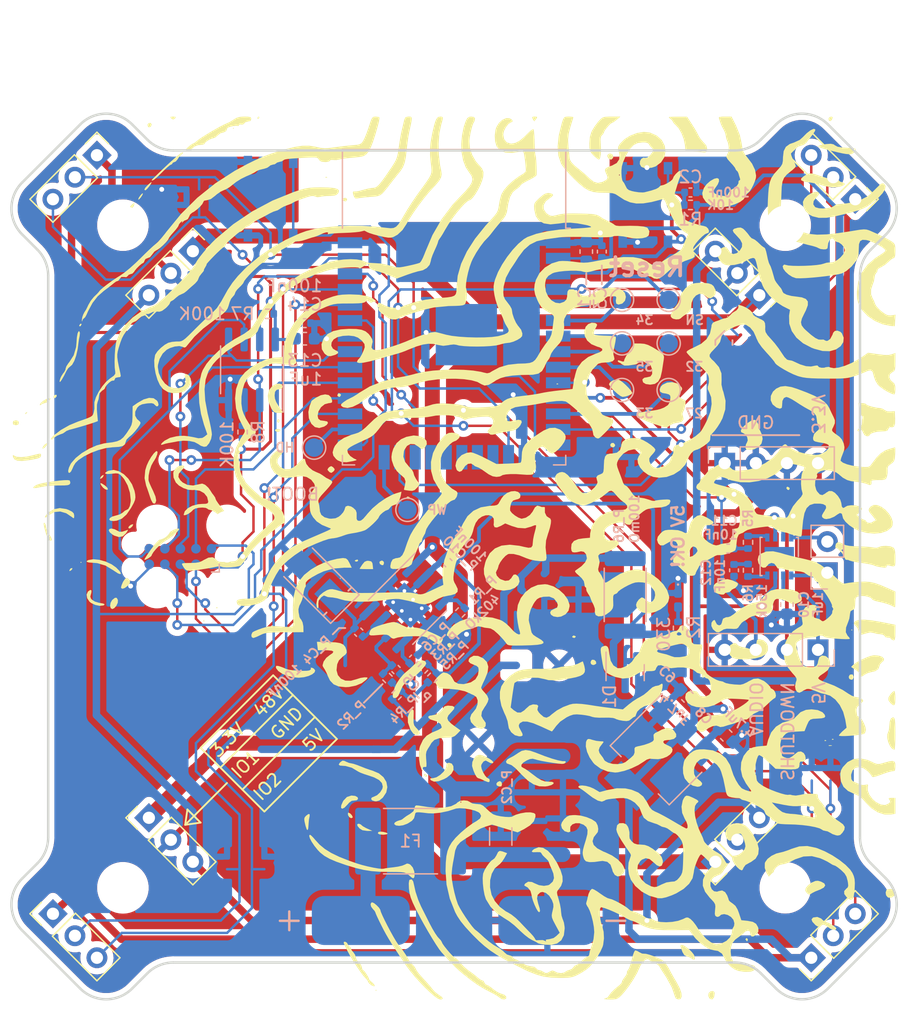
<source format=kicad_pcb>
(kicad_pcb (version 20211014) (generator pcbnew)
  (layers (0 "F.Cu" signal) (31 "B.Cu" signal) (34 "B.Paste" user) (35 "F.Paste" user) (36 "B.SilkS" user "B.Silkscreen") (37 "F.SilkS" user "F.Silkscreen") (38 "B.Mask" user) (39 "F.Mask" user) (44 "Edge.Cuts" user))
  (net 0 "")
  (net 1 "+3V3")
  (net 2 "GND")
  (net 3 "Net-(C2-Pad2)")
  (net 4 "+48V")
  (net 5 "+5V")
  (net 6 "Net-(C11-Pad1)")
  (net 7 "AUDIO")
  (net 8 "Net-(C12-Pad1)")
  (net 9 "VBUS")
  (net 10 "ESP_RX")
  (net 11 "ESP_TX")
  (net 12 "VBUS_SENSE")
  (net 13 "MEM_CLK")
  (net 14 "MEM_SDO")
  (net 15 "MEM_SDI")
  (net 16 "MEM_CS")
  (net 17 "AMP_SD")
  (net 18 "LED_IO_1")
  (net 19 "LED_IO_2")
  (net 20 "LED_IO_3")
  (net 21 "LED_IO_4")
  (net 22 "LED_IO_5")
  (net 23 "LED_IO_6")
  (net 24 "LED_IO_7")
  (net 25 "LED_IO_8")
  (net 26 "Net-(J_SPEAKER1-Pad1)")
  (net 27 "Net-(J_SPEAKER1-Pad2)")
  (net 28 "Net-(LED_PWR1-Pad2)")
  (net 29 "Net-(P_C4-Pad1)")
  (net 30 "Net-(P_C4-Pad2)")
  (net 31 "Net-(P_C5-Pad2)")
  (net 32 "Net-(P_C6-Pad2)")
  (net 33 "Net-(P_C7-Pad2)")
  (net 34 "Net-(P_R1-Pad1)")
  (net 35 "Net-(P_R2-Pad2)")
  (net 36 "Net-(R5-Pad2)")
  (net 37 "Net-(R6-Pad2)")
  (net 38 "Net-(R7-Pad1)")
  (net 39 "Net-(R8-Pad2)")
  (net 40 "Net-(SW2-Pad1)")
  (net 41 "Net-(TP_HD1-Pad1)")
  (net 42 "Net-(TP_IO27-Pad1)")
  (net 43 "Net-(TP_IO32-Pad1)")
  (net 44 "Net-(TP_IO33-Pad1)")
  (net 45 "Net-(TP_IO34-Pad1)")
  (net 46 "Net-(TP_IO35-Pad1)")
  (net 47 "Net-(TP_SENSOR_VN1-Pad1)")
  (net 48 "Net-(TP_WP1-Pad1)")
  (footprint "Connector_PinHeader_2.54mm:PinHeader_1x03_P2.54mm_Vertical" (layer "F.Cu") (at 163.573412 123.985514 135)
    (fp_text reference "J_LED7")
    (fp_text value "Conn_01x03_Female" hide)
  )
  (footprint "Connector_PinHeader_2.54mm:PinHeader_1x03_P2.54mm_Vertical" (layer "F.Cu") (at 109.479743 128.228155 45)
    (fp_text reference "J_LED6")
    (fp_text value "Conn_01x03_Female" hide)
  )
  (footprint "Connector_PinHeader_2.54mm:PinHeader_1x03_P2.54mm_Vertical" (layer "F.Cu") (at 113.071845 66.299743 -45)
    (fp_text reference "J_LED2")
    (fp_text value "Conn_01x03_Female" hide)
  )
  (footprint "Connector_PinHeader_2.54mm:PinHeader_1x03_P2.54mm_Vertical" (layer "F.Cu") (at 171.408155 131.820257 135)
    (fp_text reference "J_LED8")
    (fp_text value "Conn_01x03_Female" hide)
  )
  (footprint "Connector_PinHeader_2.54mm:PinHeader_1x03_P2.54mm_Vertical" (layer "F.Cu") (at 120.906588 74.134486 -45)
    (fp_text reference "J_LED1")
    (fp_text value "Conn_01x03_Female" hide)
  )
  (footprint "Connector_PinHeader_2.54mm:PinHeader_1x03_P2.54mm_Vertical" (layer "F.Cu") (at 117.314486 120.393412 45)
    (fp_text reference "J_LED5")
    (fp_text value "Conn_01x03_Female" hide)
  )
  (footprint "Connector_PinHeader_2.54mm:PinHeader_1x03_P2.54mm_Vertical" (layer "F.Cu") (at 167.165514 77.726588 -135)
    (fp_text reference "J_LED3")
    (fp_text value "Conn_01x03_Female" hide)
  )
  (footprint "Connector_PinHeader_2.54mm:PinHeader_1x03_P2.54mm_Vertical" (layer "F.Cu") (at 175.000257 69.891845 -135)
    (fp_text reference "J_LED4")
    (fp_text value "Conn_01x03_Female" hide)
  )
  (footprint "LOGO" (layer "F.Cu") (at 142.24 99.187 -90)
    (fp_text reference "G***" hide)
    (fp_text value "LOGO" hide)
  )
  (footprint "Connector_PinHeader_2.54mm:PinHeader_1x04_P2.54mm_Vertical" (layer "B.Cu") (at 171.958 106.68 90)
    (fp_text reference "J2" hide)
    (fp_text value "Conn_01x04_Female" hide)
  )
  (footprint "Jmptable_Button_Switch_SMD:SW_SPST_PTS526" (layer "B.Cu") (at 157.861 70.358 -90)
    (fp_text reference "SW1" hide)
    (fp_text value "SW_Push" hide)
  )
  (footprint "Jmptable_Connector:Anchor_Power_2Pad" (layer "B.Cu") (at 142.24 128.778 180)
    (fp_text reference "J_POWER1" hide)
    (fp_text value "Conn_01x02_Female" hide)
  )
  (footprint "Package_DFN_QFN:DFN-8-1EP_3x3mm_P0.65mm_EP1.55x2.4mm" (layer "B.Cu") (at 168.795 99.06 90)
    (fp_text reference "U3" hide)
    (fp_text value "PAM8304" hide)
  )
  (footprint "Resistor_SMD:R_0402_1005Metric" (layer "B.Cu") (at 139.7 108.204 45)
    (fp_text reference "P_R3")
    (fp_text value "1kO")
  )
  (footprint "Resistor_SMD:R_0402_1005Metric" (layer "B.Cu") (at 140.462 108.966 45)
    (fp_text reference "P_R5")
    (fp_text value "165")
  )
  (footprint "TestPoint:TestPoint_Pad_D1.5mm" (layer "B.Cu") (at 138.43 95.25 180)
    (fp_text reference "TP_WP1" hide)
    (fp_text value "TestPoint" hide)
  )
  (footprint "Capacitor_SMD:C_0402_1005Metric" (layer "B.Cu") (at 161.544 69.342 180)
    (fp_text reference "C2")
    (fp_text value "100nF")
  )
  (footprint "Connector_PinHeader_2.54mm:PinHeader_1x04_P2.54mm_Vertical" (layer "B.Cu") (at 164.340238 91.44 -90)
    (fp_text reference "J3" hide)
    (fp_text value "Conn_01x04_Female" hide)
  )
  (footprint "Package_SO:SOIC-8-1EP_3.9x4.9mm_P1.27mm_EP2.29x3mm_ThermalVias" (layer "B.Cu") (at 138.43 103.041381 -135)
    (fp_text reference "U5")
    (fp_text value "MP24971")
  )
  (footprint "TestPoint:TestPoint_Pad_D1.5mm" (layer "B.Cu") (at 155.956 81.661 180)
    (fp_text reference "TP_IO35" hide)
    (fp_text value "TestPoint" hide)
  )
  (footprint "Capacitor_SMD:C_0603_1608Metric" (layer "B.Cu") (at 161.29 110.49 -45)
    (fp_text reference "C9")
    (fp_text value "4.7uF")
  )
  (footprint "Capacitor_SMD:C_0402_1005Metric" (layer "B.Cu") (at 164.622238 98.41 180)
    (fp_text reference "C11")
    (fp_text value "10nF")
  )
  (footprint "Resistor_SMD:R_0402_1005Metric" (layer "B.Cu") (at 161.544 70.358)
    (fp_text reference "R1")
    (fp_text value "10K")
  )
  (footprint "Capacitor_SMD:C_0402_1005Metric" (layer "B.Cu") (at 137.499411 108.289411 135)
    (fp_text reference "P_C5")
    (fp_text value "10nF")
  )
  (footprint "RF_Module:ESP32-WROOM-32" (layer "B.Cu") (at 142.24 81.704 180)
    (fp_text reference "U1" hide)
    (fp_text value "ESP32-WROOM-32")
  )
  (footprint "Resistor_SMD:R_2512_6332Metric" (layer "B.Cu") (at 156.21 102.1935 -90)
    (fp_text reference "P_R6")
    (fp_text value "100mO")
  )
  (footprint "Capacitor_SMD:C_0603_1608Metric" (layer "B.Cu") (at 164.465 113.665 135)
    (fp_text reference "C8")
    (fp_text value "4.7uF")
  )
  (footprint "Capacitor_SMD:C_0402_1005Metric" (layer "B.Cu") (at 138.938 107.442 -135)
    (fp_text reference "P_C6")
    (fp_text value "10nF")
  )
  (footprint "TestPoint:TestPoint_Pad_D1.5mm" (layer "B.Cu") (at 159.766 85.471 180)
    (fp_text reference "TP_IO27" hide)
    (fp_text value "TestPoint" hide)
  )
  (footprint "Connector_PinHeader_2.54mm:PinHeader_1x02_P2.54mm_Vertical" (layer "B.Cu") (at 172.722238 100.385)
    (fp_text reference "J_SPEAKER1" hide)
    (fp_text value "Conn_01x02_Female" hide)
  )
  (footprint "MountingHole:MountingHole_3.2mm_M3" (layer "B.Cu") (at 115.193166 126.106834 180)
    (fp_text reference "H3" hide)
    (fp_text value "MountingHole" hide)
  )
  (footprint "Capacitor_SMD:C_0402_1005Metric" (layer "B.Cu") (at 165.102238 100.188 -90)
    (fp_text reference "C12")
    (fp_text value "10nF")
  )
  (footprint "Resistor_SMD:R_0402_1005Metric" (layer "B.Cu") (at 136.799376 108.986376 -45)
    (fp_text reference "P_R2")
    (fp_text value "1kO")
  )
  (footprint "Capacitor_SMD:C_0402_1005Metric" (layer "B.Cu") (at 141.732 99.568 -45)
    (fp_text reference "P_C10")
    (fp_text value "100nF")
  )
  (footprint "Resistor_SMD:R_0402_1005Metric" (layer "B.Cu") (at 124.968 88.9 90)
    (fp_text reference "R8")
    (fp_text value "100K")
  )
  (footprint "Package_TO_SOT_SMD:SOT-223-3_TabPin2" (layer "B.Cu") (at 158.75 115.57 -135)
    (fp_text reference "U2" hide)
    (fp_text value "ZLDO1117G33TA" hide)
  )
  (footprint "Diode_SMD:D_SMA" (layer "B.Cu") (at 130.919786 100.947786 135)
    (fp_text reference "P_D1")
    (fp_text value "D_Schottky" hide)
  )
  (footprint "Resistor_SMD:R_0402_1005Metric" (layer "B.Cu") (at 142.748 103.632 -135)
    (fp_text reference "P_R1")
    (fp_text value "402kO")
  )
  (footprint "Capacitor_SMD:C_1206_3216Metric" (layer "B.Cu") (at 146.05 121.92 -90)
    (fp_text reference "P_C2")
    (fp_text value "10uF")
  )
  (footprint "Capacitor_SMD:C_0603_1608Metric" (layer "B.Cu") (at 130.048 81.28)
    (fp_text reference "C13")
    (fp_text value "1uF")
  )
  (footprint "TestPoint:TestPoint_Pad_D1.5mm" (layer "B.Cu") (at 155.956 78.105 180)
    (fp_text reference "TP_IO34" hide)
    (fp_text value "TestPoint" hide)
  )
  (footprint "Connector:Tag-Connect_TC2050-IDC-FP_2x05_P1.27mm_Vertical" (layer "B.Cu") (at 119.888 99.06 180)
    (fp_text reference "J1")
    (fp_text value "Conn_02x05_Counter_Clockwise" hide)
  )
  (footprint "Capacitor_SMD:C_0603_1608Metric" (layer "B.Cu") (at 153.035 74.168 90)
    (fp_text reference "C1")
    (fp_text value "22uF")
  )
  (footprint "MountingHole:MountingHole_3.2mm_M3" (layer "B.Cu") (at 169.286834 72.013166 180)
    (fp_text reference "H2" hide)
    (fp_text value "MountingHole" hide)
  )
  (footprint "LED_SMD:LED_0402_1005Metric_Pad0.77x0.64mm_HandSolder" (layer "B.Cu") (at 160.528 102.616 -90)
    (fp_text reference "LED_PWR1" hide)
    (fp_text value "LED_Small" hide)
  )
  (footprint "TestPoint:TestPoint_Pad_D1.5mm" (layer "B.Cu") (at 130.81 90.17 180)
    (fp_text reference "TP_HD1" hide)
    (fp_text value "TestPoint" hide)
  )
  (footprint "Package_TO_SOT_SMD:SOT-23" (layer "B.Cu") (at 156.21 108.5435 -90)
    (fp_text reference "D1")
    (fp_text value "5.1V")
  )
  (footprint "Fuse:Fuse_2920_7451Metric_Pad2.10x5.45mm_HandSolder" (layer "B.Cu") (at 138.684 122.301)
    (fp_text reference "F1")
    (fp_text value "750mA, 60V")
  )
  (footprint "Resistor_SMD:R_0402_1005Metric" (layer "B.Cu") (at 166.245238 100.188 -90)
    (fp_text reference "R6")
    (fp_text value "150k")
  )
  (footprint "Package_SO:SOIC-8_3.9x4.9mm_P1.27mm" (layer "B.Cu") (at 125.73 83.82 90)
    (fp_text reference "U4" hide)
    (fp_text value "N25Q032A")
  )
  (footprint "Resistor_SMD:R_0402_1005Metric" (layer "B.Cu") (at 166.245238 97.902 90)
    (fp_text reference "R5")
    (fp_text value "150k")
  )
  (footprint "Resistor_SMD:R_0402_1005Metric" (layer "B.Cu") (at 127 79.248)
    (fp_text reference "R7")
    (fp_text value "100K")
  )
  (footprint "Capacitor_SMD:C_0402_1005Metric" (layer "B.Cu") (at 154.305 74.168 90)
    (fp_text reference "C3")
    (fp_text value "100nF")
  )
  (footprint "Jmptable_Button_Switch_SMD:SW_SPST_PTS526" (layer "B.Cu") (at 127.254 69.85 90)
    (fp_text reference "SW2")
    (fp_text value "SW_Push" hide)
  )
  (footprint "Capacitor_SMD:C_0603_1608Metric" (layer "B.Cu") (at 169.420238 102.982 -90)
    (fp_text reference "C10")
    (fp_text value "1uF")
  )
  (footprint "MountingHole:MountingHole_3.2mm_M3" (layer "B.Cu") (at 115.193166 72.013166 180)
    (fp_text reference "H1" hide)
    (fp_text value "MountingHole" hide)
  )
  (footprint "TestPoint:TestPoint_Pad_D1.5mm" (layer "B.Cu") (at 155.956 85.471 180)
    (fp_text reference "TP_IO33" hide)
    (fp_text value "TestPoint" hide)
  )
  (footprint "Resistor_SMD:R_0402_1005Metric" (layer "B.Cu") (at 137.541 110.363 45)
    (fp_text reference "P_R4")
    (fp_text value "100")
  )
  (footprint "TestPoint:TestPoint_Pad_D1.5mm" (layer "B.Cu") (at 159.766 78.105 180)
    (fp_text reference "TP_SENSOR_VN1" hide)
    (fp_text value "TestPoint" hide)
  )
  (footprint "Capacitor_SMD:C_0402_1005Metric" (layer "B.Cu") (at 134.451411 105.241411 135)
    (fp_text reference "P_C4")
    (fp_text value "100nF")
  )
  (footprint "Capacitor_SMD:C_0402_1005Metric" (layer "B.Cu") (at 130.048 80.01)
    (fp_text reference "C14")
    (fp_text value "100nF")
  )
  (footprint "Resistor_SMD:R_0402_1005Metric" (layer "B.Cu") (at 160.528 104.904 90)
    (fp_text reference "R2")
    (fp_text value "330")
  )
  (footprint "TestPoint:TestPoint_Pad_D1.5mm" (layer "B.Cu") (at 159.766 81.661 180)
    (fp_text reference "TP_IO32" hide)
    (fp_text value "TestPoint" hide)
  )
  (footprint "MountingHole:MountingHole_3.2mm_M3" (layer "B.Cu") (at 169.286834 126.106834 180)
    (fp_text reference "H4" hide)
    (fp_text value "MountingHole" hide)
  )
  (gr_line (start 153.035 76.835) (end 153.035 75.946) (layer "B.SilkS") (width 0.15))
  (gr_line (start 164.973 81.788) (end 164.973 81.407) (layer "B.SilkS") (width 0.15))
  (gr_line (start 164.338 80.645) (end 163.576 81.407) (layer "B.SilkS") (width 0.15))
  (gr_line (start 154.305 75.311) (end 154.305 76.835) (layer "B.SilkS") (width 0.15))
  (gr_line (start 133.604 101.854) (end 133.858 101.6) (layer "B.SilkS") (width 0.15))
  (gr_line (start 136.398 109.474) (end 134.874 110.998) (layer "B.SilkS") (width 0.15))
  (gr_line (start 131.826 103.632) (end 131.572 103.886) (layer "B.SilkS") (width 0.15))
  (gr_line (start 132.842 104.902) (end 132.334 105.41) (layer "B.SilkS") (width 0.15))
  (gr_line (start 163.322 89.154) (end 170.434 89.154) (layer "B.SilkS") (width 0.15))
  (gr_line (start 163.576 81.407) (end 163.576 81.788) (layer "B.SilkS") (width 0.15))
  (gr_line (start 133.35 104.902) (end 132.842 104.902) (layer "B.SilkS") (width 0.15))
  (gr_line (start 120.459821 119.708395) (end 120.280216 120.965631) (layer "F.SilkS") (width 0.15))
  (gr_line (start 121.537451 120.786026) (end 120.459821 119.708395) (layer "F.SilkS") (width 0.15))
  (gr_line (start 120.280216 120.965631) (end 121.537451 120.786026) (layer "F.SilkS") (width 0.15))
  (gr_line (start 129.080867 110.368929) (end 123.153898 116.295898) (layer "F.SilkS") (width 0.15))
  (gr_poly (pts (xy 127.46442 108.752482) (xy 121.537451 114.679451) (xy 126.746 119.888) (xy 132.672969 113.961031)) (layer "F.SilkS") (width 0.15) (fill none))
  (gr_line (start 123.692713 117.553133) (end 120.280216 120.965631) (layer "F.SilkS") (width 0.15))
  (gr_line (start 130.876918 112.16498) (end 124.949949 118.091949) (layer "F.SilkS") (width 0.15))
  (gr_line (start 165.167103 65.91) (end 119.312897 65.91) (layer "Edge.Cuts") (width 0.2))
  (gr_line (start 177.51132 68.526295) (end 172.773705 63.78868) (layer "Edge.Cuts") (width 0.2))
  (gr_line (start 167.288424 133.08868) (end 168.531064 134.33132) (layer "Edge.Cuts") (width 0.2))
  (gr_arc (start 165.167103 132.21) (mid 166.315154 132.438361) (end 167.288424 133.08868) (layer "Edge.Cuts") (width 0.2))
  (gr_arc (start 168.531064 63.78868) (mid 170.652384 62.91) (end 172.773705 63.78868) (layer "Edge.Cuts") (width 0.2))
  (gr_line (start 108.21132 124.108424) (end 106.96868 125.351064) (layer "Edge.Cuts") (width 0.2))
  (gr_line (start 115.948936 134.33132) (end 117.191576 133.08868) (layer "Edge.Cuts") (width 0.2))
  (gr_line (start 106.96868 129.593705) (end 111.706295 134.33132) (layer "Edge.Cuts") (width 0.2))
  (gr_line (start 172.773705 134.33132) (end 177.51132 129.593705) (layer "Edge.Cuts") (width 0.2))
  (gr_arc (start 109.09 121.987103) (mid 108.861639 123.135154) (end 108.21132 124.108424) (layer "Edge.Cuts") (width 0.2))
  (gr_arc (start 172.773705 134.33132) (mid 170.652384 135.21) (end 168.531064 134.33132) (layer "Edge.Cuts") (width 0.2))
  (gr_arc (start 167.288424 65.03132) (mid 166.315154 65.681639) (end 165.167103 65.91) (layer "Edge.Cuts") (width 0.2))
  (gr_line (start 109.09 76.132897) (end 109.09 121.987103) (layer "Edge.Cuts") (width 0.2))
  (gr_arc (start 111.706295 63.78868) (mid 113.827616 62.91) (end 115.948936 63.78868) (layer "Edge.Cuts") (width 0.2))
  (gr_line (start 111.706295 63.78868) (end 106.96868 68.526295) (layer "Edge.Cuts") (width 0.2))
  (gr_arc (start 175.39 76.132897) (mid 175.618361 74.984846) (end 176.26868 74.011576) (layer "Edge.Cuts") (width 0.2))
  (gr_line (start 177.51132 125.351064) (end 176.26868 124.108424) (layer "Edge.Cuts") (width 0.2))
  (gr_line (start 119.312897 132.21) (end 165.167103 132.21) (layer "Edge.Cuts") (width 0.2))
  (gr_arc (start 176.26868 124.108424) (mid 175.618361 123.135154) (end 175.39 121.987103) (layer "Edge.Cuts") (width 0.2))
  (gr_line (start 175.39 121.987103) (end 175.39 76.132897) (layer "Edge.Cuts") (width 0.2))
  (gr_line (start 176.26868 74.011576) (end 177.51132 72.768936) (layer "Edge.Cuts") (width 0.2))
  (gr_arc (start 177.51132 125.351064) (mid 178.39 127.472385) (end 177.51132 129.593705) (layer "Edge.Cuts") (width 0.2))
  (gr_arc (start 106.96868 129.593705) (mid 106.09 127.472385) (end 106.96868 125.351064) (layer "Edge.Cuts") (width 0.2))
  (gr_arc (start 106.96868 72.768936) (mid 106.09 70.647616) (end 106.96868 68.526295) (layer "Edge.Cuts") (width 0.2))
  (gr_arc (start 108.21132 74.011576) (mid 108.861639 74.984846) (end 109.09 76.132897) (layer "Edge.Cuts") (width 0.2))
  (gr_line (start 117.191576 65.03132) (end 115.948936 63.78868) (layer "Edge.Cuts") (width 0.2))
  (gr_line (start 168.531064 63.78868) (end 167.288424 65.03132) (layer "Edge.Cuts") (width 0.2))
  (gr_arc (start 115.948936 134.33132) (mid 113.827616 135.21) (end 111.706295 134.33132) (layer "Edge.Cuts") (width 0.2))
  (gr_arc (start 177.51132 68.526295) (mid 178.39 70.647616) (end 177.51132 72.768936) (layer "Edge.Cuts") (width 0.2))
  (gr_arc (start 117.191576 133.08868) (mid 118.164846 132.438361) (end 119.312897 132.21) (layer "Edge.Cuts") (width 0.2))
  (gr_line (start 106.96868 72.768936) (end 108.21132 74.011576) (layer "Edge.Cuts") (width 0.2))
  (gr_arc (start 119.312897 65.91) (mid 118.164846 65.681639) (end 117.191576 65.03132) (layer "Edge.Cuts") (width 0.2))
  (gr_text "34" (at 156.972 79.756) (layer "B.SilkS") (effects (font (size 0.75 0.75)) (justify right mirror)))
  (gr_text "SN" (at 161.036 79.756) (layer "B.SilkS") (effects (font (size 0.75 0.75)) (justify right mirror)))
  (gr_text "35" (at 156.972 83.566) (layer "B.SilkS") (effects (font (size 0.75 0.75)) (justify right mirror)))
  (gr_text "32" (at 161.036 83.566) (layer "B.SilkS") (effects (font (size 0.75 0.75)) (justify right mirror)))
  (gr_text "5V OK!" (at 160.528 100.076 90) (layer "B.SilkS") (effects (font (size 1 1) (thickness 0.2)) (justify right mirror)))
  (gr_text "5V" (at 171.958 109.22 270) (layer "B.SilkS") (effects (font (size 1 1)) (justify right mirror)))
  (gr_text "AUDIO" (at 166.878 109.22 270) (layer "B.SilkS") (effects (font (size 1 1)) (justify right mirror)))
  (gr_text "3.3V" (at 171.958 89.154 270) (layer "B.SilkS") (effects (font (size 1 1)) (justify left mirror)))
  (gr_text "+" (at 128.778 128.651) (layer "B.SilkS") (effects (font (size 2 2) (thickness 0.2)) (justify mirror)))
  (gr_text "HD" (at 129.286 90.17) (layer "B.SilkS") (effects (font (size 0.75 0.75)) (justify left mirror)))
  (gr_text "GND" (at 166.878 88.138) (layer "B.SilkS") (effects (font (size 1 1)) (justify mirror)))
  (gr_text "-" (at 155.448 128.651) (layer "B.SilkS") (effects (font (size 2 2) (thickness 0.2)) (justify mirror)))
  (gr_text "SHUTDOWN" (at 169.418 109.22 270) (layer "B.SilkS") (effects (font (size 1 1)) (justify right mirror)))
  (gr_text "BOOT!" (at 131.318 93.98) (layer "B.SilkS") (effects (font (size 1 1)) (justify left mirror)))
  (gr_text "33" (at 156.972 87.376) (layer "B.SilkS") (effects (font (size 0.75 0.75)) (justify right mirror)))
  (gr_text "WP" (at 139.954 95.25) (layer "B.SilkS") (effects (font (size 0.75 0.75)) (justify right mirror)))
  (gr_text "Reset" (at 157.988 75.438) (layer "B.SilkS") (effects (font (size 1.5 1.5) (thickness 0.3)) (justify mirror)))
  (gr_text "27" (at 161.036 87.376) (layer "B.SilkS") (effects (font (size 0.75 0.75)) (justify right mirror)))
  (gr_text "IO2" (at 126.054656 118.783293 45) (layer "F.SilkS") (effects (font (size 1 1)) (justify left)))
  (gr_text "IO1" (at 124.258605 116.987242 45) (layer "F.SilkS") (effects (font (size 1 1)) (justify left)))
  (gr_text "GND" (at 128.576605 112.669241 45) (layer "F.SilkS") (effects (font (size 1 1))))
  (gr_text "48V" (at 127.10521 110.943846 45) (layer "F.SilkS") (effects (font (size 1 1))))
  (gr_text "3.3V" (at 122.53321 115.261847 45) (layer "F.SilkS") (effects (font (size 1 1)) (justify left)))
  (gr_text "5V" (at 130.753656 114.084292 45) (layer "F.SilkS") (effects (font (size 1 1))))
  (segment (start 171.960238 92.961762) (end 170.688 94.234) (width 0.6096) (layer "F.Cu") (net 1))
  (segment (start 110.998 72.136) (end 110.998 80.772) (width 0.6096) (layer "F.Cu") (net 1))
  (segment (start 167.386 103.124) (end 161.798 103.124) (width 0.3048) (layer "F.Cu") (net 1))
  (segment (start 124.841 90.297) (end 124.841 93.98) (width 0.2) (layer "F.Cu") (net 1))
  (segment (start 126.746 76.2) (end 123.444 76.2) (width 0.25) (layer "F.Cu") (net 1))
  (segment (start 125.857 97.028) (end 125.476 97.409) (width 0.2) (layer "F.Cu") (net 1))
  (segment (start 118.872 80.772) (end 110.998 80.772) (width 0.25) (layer "F.Cu") (net 1))
  (segment (start 113.071845 66.299743) (end 114.3 67.527898) (width 0.6096) (layer "F.Cu") (net 1))
  (segment (start 126.619 90.297) (end 124.841 90.297) (width 0.25) (layer "F.Cu") (net 1))
  (segment (start 127.254 89.662) (end 126.619 90.297) (width 0.25) (layer "F.Cu") (net 1))
  (segment (start 125.857 94.996) (end 125.857 97.028) (width 0.2) (layer "F.Cu") (net 1))
  (segment (start 161.798 108.966) (end 161.798 103.124) (width 0.6096) (layer "F.Cu") (net 1))
  (segment (start 125.476 97.409) (end 124.968 97.917) (width 0.2) (layer "F.Cu") (net 1))
  (segment (start 124.968 97.917) (end 124.968 99.06) (width 0.2) (layer "F.Cu") (net 1))
  (segment (start 110.998 80.772) (end 110.998 126.746) (width 0.6096) (layer "F.Cu") (net 1))
  (segment (start 114.3 67.527898) (end 114.3 68.834) (width 0.6096) (layer "F.Cu") (net 1))
  (segment (start 127.254 76.708) (end 126.746 76.2) (width 0.25) (layer "F.Cu") (net 1))
  (segment (start 110.998 126.746) (end 110.236 127.508) (width 0.6096) (layer "F.Cu") (net 1))
  (segment (start 161.798 96.774) (end 161.798 103.124) (width 0.6096) (layer "F.Cu") (net 1))
  (segment (start 110.199898 127.508) (end 109.479743 128.228155) (width 0.6096) (layer "F.Cu") (net 1))
  (segment (start 127.254 78.232) (end 127.254 89.662) (width 0.25) (layer "F.Cu") (net 1))
  (segment (start 110.236 127.508) (end 110.199898 127.508) (width 0.6096) (layer "F.Cu") (net 1))
  (segment (start 170.688 94.234) (end 166.624 94.234) (width 0.6096) (layer "F.Cu") (net 1))
  (segment (start 166.624 94.234) (end 165.354 95.504) (width 0.6096) (layer "F.Cu") (net 1))
  (segment (start 114.3 68.834) (end 110.998 72.136) (width 0.6096) (layer "F.Cu") (net 1))
  (segment (start 171.960238 91.44) (end 171.960238 92.961762) (width 0.6096) (layer "F.Cu") (net 1))
  (segment (start 163.068 95.504) (end 161.798 96.774) (width 0.6096) (layer "F.Cu") (net 1))
  (segment (start 115.062 130.302) (end 111.506 126.746) (width 0.6096) (layer "F.Cu") (net 1))
  (segment (start 123.444 76.2) (end 118.872 80.772) (width 0.25) (layer "F.Cu") (net 1))
  (segment (start 165.354 95.504) (end 163.068 95.504) (width 0.6096) (layer "F.Cu") (net 1))
  (segment (start 166.37 130.302) (end 115.062 130.302) (width 0.6096) (layer "F.Cu") (net 1))
  (segment (start 171.408155 131.820257) (end 167.888257 131.820257) (width 0.6096) (layer "F.Cu") (net 1))
  (segment (start 124.841 93.98) (end 125.857 94.996) (width 0.2) (layer "F.Cu") (net 1))
  (segment (start 167.888257 131.820257) (end 166.37 130.302) (width 0.6096) (layer "F.Cu") (net 1))
  (segment (start 164.211 111.506) (end 161.798 108.966) (width 0.6096) (layer "F.Cu") (net 1))
  (segment (start 111.506 126.746) (end 110.998 126.746) (width 0.6096) (layer "F.Cu") (net 1))
  (segment (start 127.254 78.232) (end 127.254 76.708) (width 0.25) (layer "F.Cu") (net 1))
  (via (at 124.968 99.06) (size 0.8) (drill 0.4) (layers "F.Cu" "B.Cu") (net 1))
  (via (at 167.386 103.124) (size 0.8) (drill 0.4) (layers "F.Cu" "B.Cu") (net 1))
  (via (at 127.254 78.232) (size 0.8) (drill 0.4) (layers "F.Cu" "B.Cu") (net 1))
  (via (at 124.841 90.297) (size 0.8) (drill 0.4) (layers "F.Cu" "B.Cu") (net 1))
  (via (at 164.211 111.506) (size 0.8) (drill 0.4) (layers "F.Cu" "B.Cu") (net 1))
  (segment (start 153.035 74.943) (end 152.811 74.719) (width 0.2) (layer "B.Cu") (net 1))
  (segment (start 162.306 111.506) (end 161.838008 111.038008) (width 0.6096) (layer "B.Cu") (net 1))
  (segment (start 127.635 81.345) (end 129.208 81.345) (width 0.25) (layer "B.Cu") (net 1))
  (segment (start 154.01 74.943) (end 154.305 74.648) (width 0.2) (layer "B.Cu") (net 1))
  (segment (start 170.815 67.945) (end 173.482 70.612) (width 0.3048) (layer "B.Cu") (net 1))
  (segment (start 165.1 70.358) (end 167.513 67.945) (width 0.3048) (layer "B.Cu") (net 1))
  (segment (start 161.838008 112.481992) (end 161.838008 111.038008) (width 0.6096) (layer "B.Cu") (net 1))
  (segment (start 152.811 74.719) (end 150.74 74.719) (width 0.2) (layer "B.Cu") (net 1))
  (segment (start 160.977386 113.342614) (end 156.522614 117.797386) (width 0.6096) (layer "B.Cu") (net 1))
  (segment (start 127.51 79.248) (end 127.51 78.488) (width 0.25) (layer "B.Cu") (net 1))
  (segment (start 168.148 130.302) (end 169.666257 131.820257) (width 0.6096) (layer "B.Cu") (net 1))
  (segment (start 169.666257 131.820257) (end 171.408155 131.820257) (width 0.6096) (layer "B.Cu") (net 1))
  (segment (start 155.067 74.549) (end 154.94 74.676) (width 0.3048) (layer "B.Cu") (net 1))
  (segment (start 171.960238 91.44) (end 173.736 89.664238) (width 0.6096) (layer "B.Cu") (net 1))
  (segment (start 167.386 102.616) (end 167.386 103.124) (width 0.3048) (layer "B.Cu") (net 1))
  (segment (start 129.273 81.28) (end 129.273 80.305) (width 0.25) (layer "B.Cu") (net 1))
  (segment (start 129.208 81.345) (end 129.273 81.28) (width 0.25) (layer "B.Cu") (net 1))
  (segment (start 127.51 78.488) (end 127.254 78.232) (width 0.25) (layer "B.Cu") (net 1))
  (segment (start 124.968 89.41) (end 124.968 90.17) (width 0.2) (layer "B.Cu") (net 1))
  (segment (start 168.47 101.532) (end 167.386 102.616) (width 0.3048) (layer "B.Cu") (net 1))
  (segment (start 161.838008 112.481992) (end 160.977386 113.342614) (width 0.6096) (layer "B.Cu") (net 1))
  (segment (start 155.067 72.644) (end 155.067 74.549) (width 0.3048) (layer "B.Cu") (net 1))
  (segment (start 154.94 74.676) (end 154.333 74.676) (width 0.3048) (layer "B.Cu") (net 1))
  (segment (start 173.482 70.612) (end 174.280102 70.612) (width 0.3048) (layer "B.Cu") (net 1))
  (segment (start 173.736 71.156102) (end 175.000257 69.891845) (width 0.6096) (layer "B.Cu") (net 1))
  (segment (start 124.968 90.17) (end 124.841 90.297) (width 0.2) (layer "B.Cu") (net 1))
  (segment (start 167.513 67.945) (end 170.815 67.945) (width 0.3048) (layer "B.Cu") (net 1))
  (segment (start 129.273 80.305) (end 129.568 80.01) (width 0.25) (layer "B.Cu") (net 1))
  (segment (start 162.054 71.245) (end 161.036 72.263) (width 0.3048) (layer "B.Cu") (net 1))
  (segment (start 122.682 99.949) (end 122.428 99.695) (width 0.2) (layer "B.Cu") (net 1))
  (segment (start 124.968 99.568) (end 124.587 99.949) (width 0.2) (layer "B.Cu") (net 1))
  (segment (start 155.448 72.263) (end 155.067 72.644) (width 0.3048) (layer "B.Cu") (net 1))
  (segment (start 162.054 70.358) (end 162.054 71.245) (width 0.3048) (layer "B.Cu") (net 1))
  (segment (start 156.522614 117.797386) (end 156.522614 129.598614) (width 0.6096) (layer "B.Cu") (net 1))
  (segment (start 162.054 70.358) (end 165.1 70.358) (width 0.3048) (layer "B.Cu") (net 1))
  (segment (start 153.035 74.943) (end 154.01 74.943) (width 0.2) (layer "B.Cu") (net 1))
  (segment (start 157.226 130.302) (end 168.148 130.302) (width 0.6096) (layer "B.Cu") (net 1))
  (segment (start 164.211 111.506) (end 162.306 111.506) (width 0.6096) (layer "B.Cu") (net 1))
  (segment (start 154.333 74.676) (end 154.305 74.648) (width 0.3048) (layer "B.Cu") (net 1))
  (segment (start 127.635 81.345) (end 127.635 79.373) (width 0.25) (layer "B.Cu") (net 1))
  (segment (start 127.635 79.373) (end 127.51 79.248) (width 0.25) (layer "B.Cu") (net 1))
  (segment (start 168.47 100.61) (end 168.47 101.532) (width 0.3048) (layer "B.Cu") (net 1))
  (segment (start 124.587 99.949) (end 122.682 99.949) (width 0.2) (layer "B.Cu") (net 1))
  (segment (start 173.736 89.664238) (end 173.736 71.156102) (width 0.6096) (layer "B.Cu") (net 1))
  (segment (start 161.036 72.263) (end 155.448 72.263) (width 0.3048) (layer "B.Cu") (net 1))
  (segment (start 156.522614 129.598614) (end 157.226 130.302) (width 0.6096) (layer "B.Cu") (net 1))
  (segment (start 174.280102 70.612) (end 175.000257 69.891845) (width 0.3048) (layer "B.Cu") (net 1))
  (segment (start 124.968 99.06) (end 124.968 99.568) (width 0.2) (layer "B.Cu") (net 1))
  (via (at 154.178 72.644) (size 0.8) (drill 0.4) (layers "F.Cu" "B.Cu") (net 2))
  (via (at 165.862 101.854) (size 0.8) (drill 0.4) (layers "F.Cu" "B.Cu") (net 2))
  (via (at 157.988 67.31) (size 0.8) (drill 0.4) (layers "F.Cu" "B.Cu") (net 2))
  (via (at 147.066 85.852) (size 0.8) (drill 0.4) (layers "F.Cu" "B.Cu") (net 2))
  (via (at 165.735 113.665) (size 0.8) (drill 0.4) (layers "F.Cu" "B.Cu") (net 2))
  (via (at 138.684 109.474) (size 0.8) (drill 0.4) (layers "F.Cu" "B.Cu") (net 2))
  (via (at 139.954 80.772) (size 0.8) (drill 0.4) (layers "F.Cu" "B.Cu") (net 2))
  (via (at 123.952 84.582) (size 0.8) (drill 0.4) (layers "F.Cu" "B.Cu") (net 2))
  (via (at 131.826 81.28) (size 0.8) (drill 0.4) (layers "F.Cu" "B.Cu") (net 2))
  (via (at 160.528 100.838) (size 0.8) (drill 0.4) (layers "F.Cu" "B.Cu") (net 2))
  (via (at 118.364 69.088) (size 0.8) (drill 0.4) (layers "F.Cu" "B.Cu") (net 2))
  (via (at 115.824 101.473) (size 0.8) (drill 0.4) (layers "F.Cu" "B.Cu") (net 2))
  (via (at 143.256 105.41) (size 0.8) (drill 0.4) (layers "F.Cu" "B.Cu") (net 2))
  (via (at 157.226 73.406) (size 0.8) (drill 0.4) (layers "F.Cu" "B.Cu") (net 2))
  (via (at 168.148 104.648) (size 0.8) (drill 0.4) (layers "F.Cu" "B.Cu") (net 2))
  (via (at 169.926 95.758) (size 0.8) (drill 0.4) (layers "F.Cu" "B.Cu") (net 2))
  (segment (start 123.825 84.709) (end 123.952 84.582) (width 0.2) (layer "B.Cu") (net 2))
  (segment (start 133.74 73.449) (end 131.529 73.449) (width 0.2) (layer "B.Cu") (net 2))
  (segment (start 165.013008 114.213008) (end 165.186992 114.213008) (width 0.6096) (layer "B.Cu") (net 2))
  (segment (start 154.305 72.771) (end 154.178 72.644) (width 0.2) (layer "B.Cu") (net 2))
  (segment (start 165.102238 101.094238) (end 165.862 101.854) (width 0.3048) (layer "B.Cu") (net 2))
  (segment (start 156.011 67.358) (end 157.94 67.358) (width 0.2) (layer "B.Cu") (net 2))
  (segment (start 131.529 73.449) (end 129.794 75.184) (width 0.2) (layer "B.Cu") (net 2))
  (segment (start 142.387376 104.541376) (end 143.256 105.41) (width 0.2) (layer "B.Cu") (net 2))
  (segment (start 169.12 97.51) (end 169.12 96.564) (width 0.3048) (layer "B.Cu") (net 2))
  (segment (start 169.12 96.564) (end 169.926 95.758) (width 0.3048) (layer "B.Cu") (net 2))
  (segment (start 169.039 103.757) (end 168.148 104.648) (width 0.3048) (layer "B.Cu") (net 2))
  (segment (start 147.955 90.959) (end 147.955 86.741) (width 0.2) (layer "B.Cu") (net 2))
  (segment (start 160.741992 109.941992) (end 160.822008 109.941992) (width 0.6096) (layer "B.Cu") (net 2))
  (segment (start 117.348 99.695) (end 117.348 100.000758) (width 0.2) (layer "B.Cu") (net 2))
  (segment (start 130.823 81.28) (end 131.826 81.28) (width 0.2) (layer "B.Cu") (net 2))
  (segment (start 138.43 102.143355) (end 139.731076 100.842279) (width 0.3048) (layer "B.Cu") (net 2))
  (segment (start 160.528 102.0435) (end 160.528 100.838) (width 0.3048) (layer "B.Cu") (net 2))
  (segment (start 137.838822 108.628822) (end 138.684 109.474) (width 0.3048) (layer "B.Cu") (net 2))
  (segment (start 139.277411 107.102589) (end 142.387376 103.992624) (width 0.2) (layer "B.Cu") (net 2))
  (segment (start 156.011 73.358) (end 157.178 73.358) (width 0.2) (layer "B.Cu") (net 2))
  (segment (start 157.178 73.358) (end 157.226 73.406) (width 0.2) (layer "B.Cu") (net 2))
  (segment (start 116.484879 100.863879) (end 115.875758 101.473) (width 0.2) (layer "B.Cu") (net 2))
  (segment (start 159.351041 111.332943) (end 160.741992 109.941992) (width 0.6096) (layer "B.Cu") (net 2))
  (segment (start 140.131 80.949) (end 143.24 80.949) (width 0.2) (layer "B.Cu") (net 2))
  (segment (start 165.186992 114.213008) (end 165.735 113.665) (width 0.6096) (layer "B.Cu") (net 2))
  (segment (start 157.94 67.358) (end 157.988 67.31) (width 0.2) (layer "B.Cu") (net 2))
  (segment (start 139.954 80.772) (end 140.131 80.949) (width 0.2) (layer "B.Cu") (net 2))
  (segment (start 142.387376 103.992624) (end 142.387376 104.541376) (width 0.2) (layer "B.Cu") (net 2))
  (segment (start 129.794 75.184) (end 126.238 75.184) (width 0.2) (layer "B.Cu") (net 2))
  (segment (start 120.394 69.088) (end 118.364 69.088) (width 0.2) (layer "B.Cu") (net 2))
  (segment (start 138.43 103.041381) (end 138.43 102.143355) (width 0.3048) (layer "B.Cu") (net 2))
  (segment (start 123.825 86.295) (end 123.825 84.709) (width 0.2) (layer "B.Cu") (net 2))
  (segment (start 147.955 86.741) (end 147.066 85.852) (width 0.2) (layer "B.Cu") (net 2))
  (segment (start 169.420238 103.757) (end 169.039 103.757) (width 0.3048) (layer "B.Cu") (net 2))
  (segment (start 159.351041 111.716268) (end 159.351041 111.332943) (width 0.6096) (layer "B.Cu") (net 2))
  (segment (start 117.348 100.000758) (end 116.484879 100.863879) (width 0.2) (layer "B.Cu") (net 2))
  (segment (start 154.305 73.688) (end 154.305 72.771) (width 0.2) (layer "B.Cu") (net 2))
  (segment (start 126.238 75.184) (end 124.714 76.708) (width 0.2) (layer "B.Cu") (net 2))
  (segment (start 115.875758 101.473) (end 115.824 101.473) (width 0.2) (layer "B.Cu") (net 2))
  (segment (start 165.102238 100.668) (end 165.102238 101.094238) (width 0.3048) (layer "B.Cu") (net 2))
  (segment (start 160.782 73.152) (end 160.02 72.39) (width 0.3048) (layer "F.Cu") (net 3))
  (segment (start 160.02 72.39) (end 160.02 70.358) (width 0.3048) (layer "F.Cu") (net 3))
  (via (at 160.02 70.358) (size 0.8) (drill 0.4) (layers "F.Cu" "B.Cu") (net 3))
  (via (at 160.782 73.152) (size 0.8) (drill 0.4) (layers "F.Cu" "B.Cu") (net 3))
  (segment (start 156.083 74.549) (end 158.75 74.549) (width 0.3048) (layer "B.Cu") (net 3))
  (segment (start 158.75 74.549) (end 159.711 73.588) (width 0.3048) (layer "B.Cu") (net 3))
  (segment (start 154.226 75.891) (end 150.838 75.891) (width 0.3048) (layer "B.Cu") (net 3))
  (segment (start 161.034 70.358) (end 161.036 70.358) (width 0.2) (layer "B.Cu") (net 3))
  (segment (start 155.194 75.438) (end 156.083 74.549) (width 0.3048) (layer "B.Cu") (net 3))
  (segment (start 154.741 75.891) (end 155.194 75.438) (width 0.3048) (layer "B.Cu") (net 3))
  (segment (start 159.711 67.358) (end 159.711 69.287) (width 0.2) (layer "B.Cu") (net 3))
  (segment (start 161.034 69.372) (end 161.064 69.342) (width 0.2) (layer "B.Cu") (net 3))
  (segment (start 161.034 70.358) (end 161.034 69.372) (width 0.3048) (layer "B.Cu") (net 3))
  (segment (start 160.02 70.358) (end 161.034 70.358) (width 0.3048) (layer "B.Cu") (net 3))
  (segment (start 159.711 73.588) (end 159.711 73.358) (width 0.3048) (layer "B.Cu") (net 3))
  (segment (start 150.838 75.891) (end 150.74 75.989) (width 0.3048) (layer "B.Cu") (net 3))
  (segment (start 160.576 73.358) (end 160.782 73.152) (width 0.3048) (layer "B.Cu") (net 3))
  (segment (start 161.034 70.358) (end 161.036 70.36) (width 0.2) (layer "B.Cu") (net 3))
  (segment (start 159.766 69.342) (end 159.711 69.287) (width 0.2) (layer "B.Cu") (net 3))
  (segment (start 159.711 73.358) (end 160.576 73.358) (width 0.3048) (layer "B.Cu") (net 3))
  (segment (start 161.064 69.342) (end 159.766 69.342) (width 0.2) (layer "B.Cu") (net 3))
  (segment (start 154.226 75.891) (end 154.741 75.891) (width 0.3048) (layer "B.Cu") (net 3))
  (segment (start 163.573412 123.985514) (end 143.035514 123.985514) (width 1.2192) (layer "F.Cu") (net 4))
  (segment (start 138.345686 74.083686) (end 137.16 72.898) (width 1.2192) (layer "F.Cu") (net 4))
  (segment (start 121.889074 73.152) (end 120.906588 74.134486) (width 1.2192) (layer "F.Cu") (net 4))
  (segment (start 143.035514 123.985514) (end 140.716 121.666) (width 1.2192) (layer "F.Cu") (net 4))
  (segment (start 144.112251 79.901051) (end 138.345686 74.134486) (width 1.2192) (layer "F.Cu") (net 4))
  (segment (start 154.794949 79.901051) (end 164.991051 79.901051) (width 1.2192) (layer "F.Cu") (net 4))
  (segment (start 137.16 72.898) (end 122.174 72.898) (width 1.2192) (layer "F.Cu") (net 4))
  (segment (start 138.345686 74.134486) (end 138.345686 74.083686) (width 1.2192) (layer "F.Cu") (net 4))
  (segment (start 117.314486 120.393412) (end 121.121898 116.586) (width 1.2192) (layer "F.Cu") (net 4))
  (segment (start 167.165514 77.726588) (end 164.991051 79.901051) (width 1.2192) (layer "F.Cu") (net 4))
  (segment (start 123.444 114.3) (end 121.158 116.586) (width 1.2192) (layer "F.Cu") (net 4))
  (segment (start 142.748 100.584) (end 140.462 98.298) (width 1.2192) (layer "F.Cu") (net 4))
  (segment (start 121.121898 116.586) (end 121.158 116.586) (width 1.2192) (layer "F.Cu") (net 4))
  (segment (start 140.208 109.22) (end 140.208 106.426) (width 1.2192) (layer "F.Cu") (net 4))
  (segment (start 140.24 114.3) (end 140.24 112.554) (width 1.2192) (layer "F.Cu") (net 4))
  (segment (start 142.748 103.886) (end 142.748 100.584) (width 1.2192) (layer "F.Cu") (net 4))
  (segment (start 140.74 114.3) (end 123.444 114.3) (width 1.2192) (layer "F.Cu") (net 4))
  (segment (start 140.74 121.642) (end 140.74 114.3) (width 1.2192) (layer "F.Cu") (net 4))
  (segment (start 140.24 112.554) (end 140.208 112.522) (width 1.2192) (layer "F.Cu") (net 4))
  (segment (start 140.462 93.689898) (end 140.462 98.298) (width 1.2192) (layer "F.Cu") (net 4))
  (segment (start 140.462 83.566) (end 144.126949 79.901051) (width 1.2192) (layer "F.Cu") (net 4))
  (segment (start 144.126949 79.901051) (end 154.794949 79.901051) (width 1.2192) (layer "F.Cu") (net 4))
  (segment (start 140.462 93.689898) (end 140.462 83.566) (width 1.2192) (layer "F.Cu") (net 4))
  (segment (start 140.208 106.426) (end 142.748 103.886) (width 1.2192) (layer "F.Cu") (net 4))
  (segment (start 144.126949 79.901051) (end 144.112251 79.901051) (width 1.2192) (layer "F.Cu") (net 4))
  (segment (start 140.208 112.522) (end 140.208 109.22) (width 1.2192) (layer "F.Cu") (net 4))
  (segment (start 140.716 121.666) (end 140.74 121.642) (width 1.2192) (layer "F.Cu") (net 4))
  (segment (start 122.174 72.898) (end 121.92 73.152) (width 1.2192) (layer "F.Cu") (net 4))
  (segment (start 121.92 73.152) (end 121.889074 73.152) (width 1.2192) (layer "F.Cu") (net 4))
  (via (at 140.462 98.298) (size 0.8) (drill 0.4) (layers "F.Cu" "B.Cu") (net 4))
  (segment (start 142.159 122.301) (end 142.159 118.029) (width 1.2192) (layer "B.Cu") (net 4))
  (segment (start 147.525 115.365) (end 148.59 115.365) (width 1.2192) (layer "B.Cu") (net 4))
  (segment (start 144.861 118.029) (end 147.525 115.365) (width 1.2192) (layer "B.Cu") (net 4))
  (segment (start 140.74 114.3) (end 140.74 113.26) (width 0.6096) (layer "B.Cu") (net 4))
  (segment (start 140.74 113.26) (end 146.05 107.95) (width 0.6096) (layer "B.Cu") (net 4))
  (segment (start 138.833051 99.926949) (end 140.462 98.298) (width 0.6096) (layer "B.Cu") (net 4))
  (segment (start 146.05 123.395) (end 143.253 123.395) (width 1.2192) (layer "B.Cu") (net 4))
  (segment (start 138.833051 99.944253) (end 138.833051 99.926949) (width 0.3048) (layer "B.Cu") (net 4))
  (segment (start 146.05 107.95) (end 147.32 107.95) (width 0.6096) (layer "B.Cu") (net 4))
  (segment (start 165.397579 79.54558) (end 165.397579 79.494523) (width 0.2) (layer "B.Cu") (net 4))
  (segment (start 165.397579 79.494523) (end 167.165514 77.726588) (width 0.2) (layer "B.Cu") (net 4))
  (segment (start 142.159 118.029) (end 144.861 118.029) (width 1.2192) (layer "B.Cu") (net 4))
  (segment (start 140.24 116.11) (end 140.24 114.3) (width 1.2192) (layer "B.Cu") (net 4))
  (segment (start 142.159 122.301) (end 142.159 122.001) (width 1.2192) (layer "B.Cu") (net 4))
  (segment (start 151.13 123.395) (end 146.05 123.395) (width 1.2192) (layer "B.Cu") (net 4))
  (segment (start 142.159 118.029) (end 140.24 116.11) (width 1.2192) (layer "B.Cu") (net 4))
  (segment (start 143.253 123.395) (end 142.159 122.301) (width 1.2192) (layer "B.Cu") (net 4))
  (segment (start 151.13 115.365) (end 148.59 115.365) (width 1.2192) (layer "B.Cu") (net 4))
  (segment (start 157.988 128.778) (end 125.699074 128.778) (width 0.6096) (layer "F.Cu") (net 5))
  (segment (start 125.699074 128.778) (end 120.906588 123.985514) (width 0.6096) (layer "F.Cu") (net 5))
  (via (at 157.988 128.778) (size 0.8) (drill 0.4) (layers "F.Cu" "B.Cu") (net 5))
  (segment (start 141.838624 108.605376) (end 140.822624 108.605376) (width 0.3048) (layer "B.Cu") (net 5))
  (segment (start 167.165514 114.139486) (end 167.165514 120.393412) (width 0.6096) (layer "B.Cu") (net 5))
  (segment (start 122.428 98.425) (end 122.682 98.171) (width 0.2) (layer "B.Cu") (net 5))
  (segment (start 162.306 120.65) (end 157.988 124.968) (width 0.6096) (layer "B.Cu") (net 5))
  (segment (start 155.26 107.606) (end 155.26 106.106) (width 0.6096) (layer "B.Cu") (net 5))
  (segment (start 162.052 109.22) (end 167.132 109.22) (width 0.6096) (layer "B.Cu") (net 5))
  (segment (start 157.988 124.968) (end 157.988 128.778) (width 0.6096) (layer "B.Cu") (net 5))
  (segment (start 163.83 119.126) (end 162.306 120.65) (width 0.6096) (layer "B.Cu") (net 5))
  (segment (start 171.196 109.22) (end 171.958 108.458) (width 0.6096) (layer "B.Cu") (net 5))
  (segment (start 142.071411 99.907411) (end 142.154589 99.907411) (width 0.3048) (layer "B.Cu") (net 5))
  (segment (start 169.433238 102.22) (end 170.944238 102.22) (width 0.3048) (layer "B.Cu") (net 5))
  (segment (start 167.132 109.22) (end 167.165514 109.253514) (width 0.6096) (layer "B.Cu") (net 5))
  (segment (start 144.272 106.172) (end 141.838624 108.605376) (width 0.3048) (layer "B.Cu") (net 5))
  (segment (start 167.165514 111.599486) (end 167.165514 112.869486) (width 0.6096) (layer "B.Cu") (net 5))
  (segment (start 141.605 100.711) (end 142.071411 100.244589) (width 0.3048) (layer "B.Cu") (net 5))
  (segment (start 125.857 98.806) (end 125.857 99.695) (width 0.2) (layer "B.Cu") (net 5))
  (segment (start 160.528 105.414) (end 156.468 105.414) (width 0.6096) (layer "B.Cu") (net 5))
  (segment (start 125.222 98.171) (end 125.857 98.806) (width 0.2) (layer "B.Cu") (net 5))
  (segment (start 144.272 102.108) (end 144.272 106.172) (width 0.3048) (layer "B.Cu") (net 5))
  (segment (start 142.071411 99.907411) (end 144.272 102.108) (width 0.3048) (layer "B.Cu") (net 5))
  (segment (start 171.958 103.233762) (end 171.958 106.68) (width 0.3048) (layer "B.Cu") (net 5))
  (segment (start 164.625514 112.869486) (end 164.164498 112.869486) (width 0.6096) (layer "B.Cu") (net 5))
  (segment (start 156.468 105.414) (end 156.21 105.156) (width 0.6096) (layer "B.Cu") (net 5))
  (segment (start 162.052 105.537) (end 162.052 75.655898) (width 0.6096) (layer "B.Cu") (net 5))
  (segment (start 158.496 102.87) (end 156.21 105.156) (width 0.3048) (layer "B.Cu") (net 5))
  (segment (start 171.958 108.458) (end 171.958 106.68) (width 0.6096) (layer "B.Cu") (net 5))
  (segment (start 155.26 106.106) (end 156.21 105.156) (width 0.6096) (layer "B.Cu") (net 5))
  (segment (start 162.052 75.655898) (end 163.573412 74.134486) (width 0.6096) (layer "B.Cu") (net 5))
  (segment (start 165.735 111.76) (end 164.625514 112.869486) (width 0.6096) (layer "B.Cu") (net 5))
  (segment (start 125.476 102.616) (end 124.333 103.759) (width 0.2) (layer "B.Cu") (net 5))
  (segment (start 140.629102 101.740305) (end 140.629102 101.686898) (width 0.3048) (layer "B.Cu") (net 5))
  (segment (start 124.333 103.759) (end 113.03 103.759) (width 0.2) (layer "B.Cu") (net 5))
  (segment (start 167.132 109.22) (end 171.196 109.22) (width 0.6096) (layer "B.Cu") (net 5))
  (segment (start 162.603732 114.968959) (end 162.603732 114.430252) (width 0.6096) (layer "B.Cu") (net 5))
  (segment (start 162.052 109.22) (end 162.052 105.537) (width 0.6096) (layer "B.Cu") (net 5))
  (segment (start 113.03 103.759) (end 113.03 82.011074) (width 0.6096) (layer "B.Cu") (net 5))
  (segment (start 161.929 105.414) (end 160.528 105.414) (width 0.6096) (layer "B.Cu") (net 5))
  (segment (start 142.154589 99.907411) (end 144.272 97.79) (width 0.3048) (layer "B.Cu") (net 5))
  (segment (start 167.165514 120.393412) (end 165.898102 119.126) (width 0.6096) (layer "B.Cu") (net 5))
  (segment (start 142.071411 100.244589) (end 142.071411 99.907411) (width 0.3048) (layer "B.Cu") (net 5))
  (segment (start 167.165514 109.253514) (end 167.165514 111.599486) (width 0.6096) (layer "B.Cu") (net 5))
  (segment (start 113.03 82.011074) (end 117.314486 77.726588) (width 0.6096) (layer "B.Cu") (net 5))
  (segment (start 165.862 119.126) (end 163.83 119.126) (width 0.6096) (layer "B.Cu") (net 5))
  (segment (start 169.12 101.906762) (end 169.12 100.61) (width 0.3048) (layer "B.Cu") (net 5))
  (segment (start 169.420238 102.207) (end 169.12 101.906762) (width 0.3048) (layer "B.Cu") (net 5))
  (segment (start 146.304 94.742) (end 157.988 94.742) (width 0.3048) (layer "B.Cu") (net 5))
  (segment (start 140.822624 108.605376) (end 140.060624 107.843376) (width 0.3048) (layer "B.Cu") (net 5))
  (segment (start 140.629102 101.686898) (end 141.605 100.711) (width 0.3048) (layer "B.Cu") (net 5))
  (segment (start 169.420238 102.207) (end 169.433238 102.22) (width 0.3048) (layer "B.Cu") (net 5))
  (segment (start 162.052 105.537) (end 161.929 105.414) (width 0.6096) (layer "B.Cu") (net 5))
  (segment (start 162.603732 114.430252) (end 163.916992 113.116992) (width 0.6096) (layer "B.Cu") (net 5))
  (segment (start 158.496 95.25) (end 158.496 102.87) (width 0.3048) (layer "B.Cu") (net 5))
  (segment (start 164.164498 112.869486) (end 163.916992 113.116992) (width 0.6096) (layer "B.Cu") (net 5))
  (segment (start 125.857 99.695) (end 125.476 100.076) (width 0.2) (layer "B.Cu") (net 5))
  (segment (start 170.944238 102.22) (end 171.958 103.233762) (width 0.3048) (layer "B.Cu") (net 5))
  (segment (start 125.476 100.076) (end 125.476 102.616) (width 0.2) (layer "B.Cu") (net 5))
  (segment (start 120.906588 123.985514) (end 120.906588 119.890588) (width 0.6096) (layer "B.Cu") (net 5))
  (segment (start 157.988 94.742) (end 158.496 95.25) (width 0.3048) (layer "B.Cu") (net 5))
  (segment (start 144.272 96.774) (end 146.304 94.742) (width 0.3048) (layer "B.Cu") (net 5))
  (segment (start 167.005 111.76) (end 165.735 111.76) (width 0.6096) (layer "B.Cu") (net 5))
  (segment (start 167.165514 112.869486) (end 167.165514 113.825514) (width 0.6096) (layer "B.Cu") (net 5))
  (segment (start 141.605 100.711) (end 141.732 100.584) (width 0.3048) (layer "B.Cu") (net 5))
  (segment (start 167.165514 111.599486) (end 167.005 111.76) (width 0.6096) (layer "B.Cu") (net 5))
  (segment (start 144.272 97.79) (end 144.272 96.774) (width 0.3048) (layer "B.Cu") (net 5))
  (segment (start 122.682 98.171) (end 125.222 98.171) (width 0.2) (layer "B.Cu") (net 5))
  (segment (start 113.03 112.014) (end 113.03 103.759) (width 0.6096) (layer "B.Cu") (net 5))
  (segment (start 120.906588 119.890588) (end 113.03 112.014) (width 0.6096) (layer "B.Cu") (net 5))
  (segment (start 165.898102 119.126) (end 165.862 119.126) (width 0.6096) (layer "B.Cu") (net 5))
  (segment (start 167.165514 113.825514) (end 167.165514 114.139486) (width 0.6096) (layer "B.Cu") (net 5))
  (segment (start 165.102238 98.41) (end 166.243238 98.41) (width 0.3048) (layer "B.Cu") (net 6))
  (segment (start 166.243238 98.41) (end 166.245238 98.412) (width 0.3048) (layer "B.Cu") (net 6))
  (segment (start 152.908 87.122) (end 153.416 87.63) (width 0.2) (layer "F.Cu") (net 7))
  (segment (start 161.798 94.234) (end 164.084 94.234) (width 0.2) (layer "F.Cu") (net 7))
  (segment (start 155.194 87.63) (end 161.798 94.234) (width 0.2) (layer "F.Cu") (net 7))
  (segment (start 153.416 87.63) (end 155.194 87.63) (width 0.2) (layer "F.Cu") (net 7))
  (segment (start 152.908 84.836) (end 152.908 87.122) (width 0.2) (layer "F.Cu") (net 7))
  (via (at 152.908 84.836) (size 0.8) (drill 0.4) (layers "F.Cu" "B.Cu") (net 7))
  (via (at 164.084 94.234) (size 0.8) (drill 0.4) (layers "F.Cu" "B.Cu") (net 7))
  (segment (start 166.878 104.249762) (end 166.878 106.68) (width 0.3048) (layer "B.Cu") (net 7))
  (segment (start 164.142238 98.41) (end 164.142238 101.514) (width 0.3048) (layer "B.Cu") (net 7))
  (segment (start 150.74 84.879) (end 152.865 84.879) (width 0.2) (layer "B.Cu") (net 7))
  (segment (start 164.084 98.351762) (end 164.142238 98.41) (width 0.2) (layer "B.Cu") (net 7))
  (segment (start 152.865 84.879) (end 152.908 84.836) (width 0.2) (layer "B.Cu") (net 7))
  (segment (start 164.084 94.234) (end 164.084 98.351762) (width 0.2) (layer "B.Cu") (net 7))
  (segment (start 164.142238 101.514) (end 166.878 104.249762) (width 0.3048) (layer "B.Cu") (net 7))
  (segment (start 166.243238 99.68) (end 166.245238 99.678) (width 0.3048) (layer "B.Cu") (net 8))
  (segment (start 165.074238 99.68) (end 166.243238 99.68) (width 0.3048) (layer "B.Cu") (net 8))
  (segment (start 135.209 128.189) (end 134.62 128.778) (width 1.2192) (layer "B.Cu") (net 9))
  (segment (start 135.209 122.301) (end 135.209 128.189) (width 1.2192) (layer "B.Cu") (net 9))
  (segment (start 129.286 104.14) (end 126.492 106.934) (width 0.2) (layer "F.Cu") (net 10))
  (segment (start 123.952 106.934) (end 121.158 104.14) (width 0.2) (layer "F.Cu") (net 10))
  (segment (start 121.158 104.14) (end 121.158 101.092) (width 0.2) (layer "F.Cu") (net 10))
  (segment (start 126.492 106.934) (end 123.952 106.934) (width 0.2) (layer "F.Cu") (net 10))
  (segment (start 129.286 78.486) (end 129.286 104.14) (width 0.2) (layer "F.Cu") (net 10))
  (via (at 121.158 101.092) (size 0.8) (drill 0.4) (layers "F.Cu" "B.Cu") (net 10))
  (via (at 129.286 78.486) (size 0.8) (drill 0.4) (layers "F.Cu" "B.Cu") (net 10))
  (segment (start 129.329 78.529) (end 129.286 78.486) (width 0.2) (layer "B.Cu") (net 10))
  (segment (start 133.74 78.529) (end 129.329 78.529) (width 0.2) (layer "B.Cu") (net 10))
  (segment (start 121.158 101.092) (end 121.158 99.695) (width 0.2) (layer "B.Cu") (net 10))
  (segment (start 128.27 103.632) (end 126.238 105.664) (width 0.2) (layer "F.Cu") (net 11))
  (segment (start 128.27 77.216) (end 128.27 103.632) (width 0.2) (layer "F.Cu") (net 11))
  (segment (start 124.46 105.918) (end 122.682 104.14) (width 0.2) (layer "F.Cu") (net 11))
  (segment (start 122.682 104.14) (end 121.92 103.378) (width 0.2) (layer "F.Cu") (net 11))
  (segment (start 125.984 105.918) (end 124.46 105.918) (width 0.2) (layer "F.Cu") (net 11))
  (segment (start 121.92 103.378) (end 121.92 102.87) (width 0.2) (layer "F.Cu") (net 11))
  (segment (start 126.238 105.664) (end 125.984 105.918) (width 0.2) (layer "F.Cu") (net 11))
  (via (at 121.92 102.87) (size 0.8) (drill 0.4) (layers "F.Cu" "B.Cu") (net 11))
  (via (at 128.27 77.216) (size 0.8) (drill 0.4) (layers "F.Cu" "B.Cu") (net 11))
  (segment (start 121.666 102.87) (end 120.396 101.6) (width 0.2) (layer "B.Cu") (net 11))
  (segment (start 120.396 100.203) (end 119.888 99.695) (width 0.2) (layer "B.Cu") (net 11))
  (segment (start 120.396 101.6) (end 120.396 100.203) (width 0.2) (layer "B.Cu") (net 11))
  (segment (start 121.92 102.87) (end 121.666 102.87) (width 0.2) (layer "B.Cu") (net 11))
  (segment (start 133.74 77.259) (end 128.313 77.259) (width 0.2) (layer "B.Cu") (net 11))
  (segment (start 128.313 77.259) (end 128.27 77.216) (width 0.2) (layer "B.Cu") (net 11))
  (segment (start 119.634 104.648) (end 119.634 102.87) (width 0.2) (layer "F.Cu") (net 12))
  (segment (start 152.654 77.216) (end 162.306 77.216) (width 0.2) (layer "F.Cu") (net 12))
  (segment (start 162.306 77.216) (end 163.322 78.232) (width 0.2) (layer "F.Cu") (net 12))
  (via (at 119.634 102.87) (size 0.8) (drill 0.4) (layers "F.Cu" "B.Cu") (net 12))
  (via (at 152.654 77.216) (size 0.8) (drill 0.4) (layers "F.Cu" "B.Cu") (net 12))
  (via (at 163.322 78.232) (size 0.8) (drill 0.4) (layers "F.Cu" "B.Cu") (net 12))
  (via (at 119.634 104.648) (size 0.8) (drill 0.4) (layers "F.Cu" "B.Cu") (net 12))
  (segment (start 150.783 77.216) (end 150.74 77.259) (width 0.2) (layer "B.Cu") (net 12))
  (segment (start 163.322 78.912497) (end 163.322 78.232) (width 0.2) (layer "B.Cu") (net 12))
  (segment (start 137.16 87.376) (end 135.636 88.9) (width 0.2) (layer "B.Cu") (net 12))
  (segment (start 125.984 100.584) (end 125.984 102.87) (width 0.2) (layer "B.Cu") (net 12))
  (segment (start 125.984 102.87) (end 124.206 104.648) (width 0.2) (layer "B.Cu") (net 12))
  (segment (start 165.394751 80.985249) (end 164.676331 80.266828) (width 0.2) (layer "B.Cu") (net 12))
  (segment (start 126.492 100.076) (end 125.984 100.584) (width 0.2) (layer "B.Cu") (net 12))
  (segment (start 133.096 91.948) (end 126.492 98.552) (width 0.2) (layer "B.Cu") (net 12))
  (segment (start 136.906 78.232) (end 136.906 79.248) (width 0.2) (layer "B.Cu") (net 12))
  (segment (start 135.636 90.932) (end 134.62 91.948) (width 0.2) (layer "B.Cu") (net 12))
  (segment (start 135.636 88.9) (end 135.636 90.932) (width 0.2) (layer "B.Cu") (net 12))
  (segment (start 150.74 77.259) (end 137.879 77.259) (width 0.2) (layer "B.Cu") (net 12))
  (segment (start 119.634 100.711) (end 118.618 99.695) (width 0.2) (layer "B.Cu") (net 12))
  (segment (start 126.492 98.552) (end 126.492 100.076) (width 0.2) (layer "B.Cu") (net 12))
  (segment (start 164.676331 80.266828) (end 163.322 78.912497) (width 0.2) (layer "B.Cu") (net 12))
  (segment (start 124.206 104.648) (end 119.634 104.648) (width 0.2) (layer "B.Cu") (net 12))
  (segment (start 119.634 102.87) (end 119.634 100.711) (width 0.2) (layer "B.Cu") (net 12))
  (segment (start 137.879 77.259) (end 136.906 78.232) (width 0.2) (layer "B.Cu") (net 12))
  (segment (start 152.654 77.216) (end 150.783 77.216) (width 0.2) (layer "B.Cu") (net 12))
  (segment (start 136.906 79.248) (end 137.16 79.502) (width 0.2) (layer "B.Cu") (net 12))
  (segment (start 137.16 79.502) (end 137.16 87.376) (width 0.2) (layer "B.Cu") (net 12))
  (segment (start 134.62 91.948) (end 133.096 91.948) (width 0.2) (layer "B.Cu") (net 12))
  (segment (start 124.714 79.756) (end 125.095 80.137) (width 0.2) (layer "B.Cu") (net 13))
  (segment (start 118.999 83.947) (end 123.19 79.756) (width 0.2) (layer "B.Cu") (net 13))
  (segment (start 123.4665 83.6295) (end 122.4915 83.6295) (width 0.2) (layer "B.Cu") (net 13))
  (segment (start 133.74 83.609) (end 123.487 83.609) (width 0.2) (layer "B.Cu") (net 13))
  (segment (start 123.487 83.609) (end 123.4665 83.6295) (width 0.2) (layer "B.Cu") (net 13))
  (segment (start 115.57 99.06) (end 114.935 98.425) (width 0.2) (layer "B.Cu") (net 13))
  (segment (start 117.348 98.425) (end 116.713 99.06) (width 0.2) (layer "B.Cu") (net 13))
  (segment (start 118.999 87.122) (end 118.999 83.947) (width 0.2) (layer "B.Cu") (net 13))
  (segment (start 116.713 99.06) (end 115.57 99.06) (width 0.2) (layer "B.Cu") (net 13))
  (segment (start 123.19 79.756) (end 124.714 79.756) (width 0.2) (layer "B.Cu") (net 13))
  (segment (start 125.095 80.137) (end 125.095 81.345) (width 0.2) (layer "B.Cu") (net 13))
  (segment (start 114.935 98.425) (end 114.935 91.186) (width 0.2) (layer "B.Cu") (net 13))
  (segment (start 118.999 87.122) (end 122.4915 83.6295) (width 0.2) (layer "B.Cu") (net 13))
  (segment (start 114.935 91.186) (end 118.999 87.122) (width 0.2) (layer "B.Cu") (net 13))
  (segment (start 120.777 91.186) (end 118.999 91.186) (width 0.2) (layer "F.Cu") (net 14))
  (segment (start 126.238 77.216) (end 126.238 84.582) (width 0.2) (layer "F.Cu") (net 14))
  (via (at 120.777 91.186) (size 0.8) (drill 0.4) (layers "F.Cu" "B.Cu") (net 14))
  (via (at 126.238 84.582) (size 0.8) (drill 0.4) (layers "F.Cu" "B.Cu") (net 14))
  (via (at 118.999 91.186) (size 0.8) (drill 0.4) (layers "F.Cu" "B.Cu") (net 14))
  (via (at 126.238 77.216) (size 0.8) (drill 0.4) (layers "F.Cu" "B.Cu") (net 14))
  (segment (start 133.74 74.719) (end 132.037 74.719) (width 0.2) (layer "B.Cu") (net 14))
  (segment (start 119.761 97.282) (end 118.618 98.425) (width 0.2) (layer "B.Cu") (net 14))
  (segment (start 132.037 74.719) (end 130.556 76.2) (width 0.2) (layer "B.Cu") (net 14))
  (segment (start 118.999 94.996) (end 119.761 95.758) (width 0.2) (layer "B.Cu") (net 14))
  (segment (start 126.746 76.2) (end 126.238 76.708) (width 0.2) (layer "B.Cu") (net 14))
  (segment (start 126.365 84.709) (end 126.238 84.582) (width 0.2) (layer "B.Cu") (net 14))
  (segment (start 130.556 76.2) (end 126.746 76.2) (width 0.2) (layer "B.Cu") (net 14))
  (segment (start 119.761 95.758) (end 119.761 97.282) (width 0.2) (layer "B.Cu") (net 14))
  (segment (start 126.365 86.295) (end 126.365 84.709) (width 0.2) (layer "B.Cu") (net 14))
  (segment (start 118.999 91.186) (end 118.999 94.996) (width 0.2) (layer "B.Cu") (net 14))
  (segment (start 125.603 91.186) (end 120.777 91.186) (width 0.2) (layer "B.Cu") (net 14))
  (segment (start 126.238 76.708) (end 126.238 77.216) (width 0.2) (layer "B.Cu") (net 14))
  (segment (start 126.365 90.424) (end 125.603 91.186) (width 0.2) (layer "B.Cu") (net 14))
  (segment (start 126.365 86.295) (end 126.365 90.424) (width 0.2) (layer "B.Cu") (net 14))
  (segment (start 119.888 84.963) (end 119.888 87.63) (width 0.2) (layer "F.Cu") (net 15))
  (via (at 119.888 84.963) (size 0.8) (drill 0.4) (layers "F.Cu" "B.Cu") (net 15))
  (via (at 119.888 87.63) (size 0.8) (drill 0.4) (layers "F.Cu" "B.Cu") (net 15))
  (segment (start 119.888 98.044) (end 120.523 97.409) (width 0.2) (layer "B.Cu") (net 15))
  (segment (start 120.523 97.409) (end 120.523 92.71) (width 0.2) (layer "B.Cu") (net 15))
  (segment (start 119.888 98.425) (end 119.888 98.044) (width 0.2) (layer "B.Cu") (net 15))
  (segment (start 131.572 83.058) (end 124.46 83.058) (width 0.2) (layer "B.Cu") (net 15))
  (segment (start 124.079 82.677) (end 123.825 82.423) (width 0.2) (layer "B.Cu") (net 15))
  (segment (start 122.174 82.677) (end 119.888 84.963) (width 0.2) (layer "B.Cu") (net 15))
  (segment (start 132.291 82.339) (end 131.572 83.058) (width 0.2) (layer "B.Cu") (net 15))
  (segment (start 124.079 82.677) (end 122.174 82.677) (width 0.2) (layer "B.Cu") (net 15))
  (segment (start 133.74 82.339) (end 132.291 82.339) (width 0.2) (layer "B.Cu") (net 15))
  (segment (start 120.523 92.71) (end 119.888 92.075) (width 0.2) (layer "B.Cu") (net 15))
  (segment (start 124.46 83.058) (end 124.079 82.677) (width 0.2) (layer "B.Cu") (net 15))
  (segment (start 123.825 82.423) (end 123.825 81.345) (width 0.2) (layer "B.Cu") (net 15))
  (segment (start 119.888 92.075) (end 119.888 87.63) (width 0.2) (layer "B.Cu") (net 15))
  (segment (start 121.158 92.71) (end 121.92 91.948) (width 0.2) (layer "B.Cu") (net 16))
  (segment (start 133.74 84.879) (end 127.973 84.879) (width 0.2) (layer "B.Cu") (net 16))
  (segment (start 125.857 91.948) (end 127.635 90.17) (width 0.2) (layer "B.Cu") (net 16))
  (segment (start 127.973 84.879) (end 127.635 85.217) (width 0.2) (layer "B.Cu") (net 16))
  (segment (start 121.158 98.425) (end 121.158 92.71) (width 0.2) (layer "B.Cu") (net 16))
  (segment (start 127.635 90.17) (end 127.635 86.295) (width 0.2) (layer "B.Cu") (net 16))
  (segment (start 127.635 85.217) (end 127.635 86.295) (width 0.2) (layer "B.Cu") (net 16))
  (segment (start 121.92 91.948) (end 125.857 91.948) (width 0.2) (layer "B.Cu") (net 16))
  (segment (start 169.418 96.883762) (end 169.418 106.68) (width 0.3048) (layer "F.Cu") (net 17))
  (segment (start 155.448 86.106) (end 162.56 93.218) (width 0.3048) (layer "F.Cu") (net 17))
  (segment (start 162.56 93.218) (end 164.338 93.218) (width 0.3048) (layer "F.Cu") (net 17))
  (segment (start 164.338 93.218) (end 165.1 93.98) (width 0.3048) (layer "F.Cu") (net 17))
  (segment (start 168.404238 95.87) (end 169.418 96.883762) (width 0.3048) (layer "F.Cu") (net 17))
  (segment (start 154.178 86.106) (end 155.448 86.106) (width 0.3048) (layer "F.Cu") (net 17))
  (via (at 168.404238 95.87) (size 0.8) (drill 0.4) (layers "F.Cu" "B.Cu") (net 17))
  (via (at 154.178 86.106) (size 0.8) (drill 0.4) (layers "F.Cu" "B.Cu") (net 17))
  (via (at 165.1 93.98) (size 0.8) (drill 0.4) (layers "F.Cu" "B.Cu") (net 17))
  (segment (start 168.47 95.935762) (end 168.404238 95.87) (width 0.3048) (layer "B.Cu") (net 17))
  (segment (start 166.99 95.87) (end 165.1 93.98) (width 0.3048) (layer "B.Cu") (net 17))
  (segment (start 168.404238 95.87) (end 166.99 95.87) (width 0.3048) (layer "B.Cu") (net 17))
  (segment (start 168.47 97.51) (end 168.47 95.935762) (width 0.3048) (layer "B.Cu") (net 17))
  (segment (start 154.178 86.106) (end 150.783 86.106) (width 0.3048) (layer "B.Cu") (net 17))
  (segment (start 150.783 86.106) (end 150.74 86.149) (width 0.3048) (layer "B.Cu") (net 17))
  (segment (start 136.652 74.422) (end 138.938 76.708) (width 0.2) (layer "F.Cu") (net 18))
  (segment (start 138.938 76.708) (end 138.938 78.74) (width 0.2) (layer "F.Cu") (net 18))
  (segment (start 127.254 74.422) (end 136.652 74.422) (width 0.2) (layer "F.Cu") (net 18))
  (via (at 138.938 78.74) (size 0.8) (drill 0.4) (layers "F.Cu" "B.Cu") (net 18))
  (via (at 127.254 74.422) (size 0.8) (drill 0.4) (layers "F.Cu" "B.Cu") (net 18))
  (segment (start 148.844 85.598) (end 147.574 84.328) (width 0.2) (layer "B.Cu") (net 18))
  (segment (start 138.938 83.566) (end 138.938 78.74) (width 0.2) (layer "B.Cu") (net 18))
  (segment (start 121.388206 68.095794) (end 111.275794 68.095794) (width 0.2) (layer "B.Cu") (net 18))
  (segment (start 139.7 84.328) (end 138.938 83.566) (width 0.2) (layer "B.Cu") (net 18))
  (segment (start 121.414 68.121588) (end 121.388206 68.095794) (width 0.2) (layer "B.Cu") (net 18))
  (segment (start 127.254 74.422) (end 127.254 72.644) (width 0.2) (layer "B.Cu") (net 18))
  (segment (start 150.74 89.959) (end 149.395 89.959) (width 0.2) (layer "B.Cu") (net 18))
  (segment (start 148.844 89.408) (end 148.844 85.598) (width 0.2) (layer "B.Cu") (net 18))
  (segment (start 127.254 72.644) (end 122.705794 68.095794) (width 0.2) (layer "B.Cu") (net 18))
  (segment (start 147.574 84.328) (end 139.7 84.328) (width 0.2) (layer "B.Cu") (net 18))
  (segment (start 149.395 89.959) (end 148.844 89.408) (width 0.2) (layer "B.Cu") (net 18))
  (segment (start 121.414 69.088) (end 121.414 68.121588) (width 0.2) (layer "B.Cu") (net 18))
  (segment (start 122.705794 68.095794) (end 121.388206 68.095794) (width 0.2) (layer "B.Cu") (net 18))
  (segment (start 135.89 75.438) (end 125.984 75.438) (width 0.2) (layer "F.Cu") (net 19))
  (segment (start 125.984 75.438) (end 124.968 74.422) (width 0.2) (layer "F.Cu") (net 19))
  (segment (start 137.668 77.216) (end 135.89 75.438) (width 0.2) (layer "F.Cu") (net 19))
  (segment (start 137.668 78.74) (end 137.668 77.216) (width 0.2) (layer "F.Cu") (net 19))
  (via (at 137.668 78.74) (size 0.8) (drill 0.4) (layers "F.Cu" "B.Cu") (net 19))
  (via (at 124.968 74.422) (size 0.8) (drill 0.4) (layers "F.Cu" "B.Cu") (net 19))
  (segment (start 109.479743 72.141743) (end 109.479743 69.891845) (width 0.2) (layer "B.Cu") (net 19))
  (segment (start 121.415999 71.370001) (end 121.412 71.374) (width 0.2) (layer "B.Cu") (net 19))
  (segment (start 144.272 85.344) (end 146.685 87.757) (width 0.2) (layer "B.Cu") (net 19))
  (segment (start 137.668 83.566) (end 139.446 85.344) (width 0.2) (layer "B.Cu") (net 19))
  (segment (start 121.412 71.374) (end 120.904 71.374) (width 0.2) (layer "B.Cu") (net 19))
  (segment (start 121.92 71.374) (end 121.412 71.374) (width 0.2) (layer "B.Cu") (net 19))
  (segment (start 139.446 85.344) (end 144.272 85.344) (width 0.2) (layer "B.Cu") (net 19))
  (segment (start 115.824 76.454) (end 113.792 76.454) (width 0.2) (layer "B.Cu") (net 19))
  (segment (start 146.685 87.757) (end 146.685 90.959) (width 0.2) (layer "B.Cu") (net 19))
  (segment (start 120.904 71.374) (end 115.824 76.454) (width 0.2) (layer "B.Cu") (net 19))
  (segment (start 124.968 74.422) (end 121.92 71.374) (width 0.2) (layer "B.Cu") (net 19))
  (segment (start 137.668 78.74) (end 137.668 83.566) (width 0.2) (layer "B.Cu") (net 19))
  (segment (start 113.792 76.454) (end 109.479743 72.141743) (width 0.2) (layer "B.Cu") (net 19))
  (segment (start 121.415999 70.358) (end 121.415999 71.370001) (width 0.2) (layer "B.Cu") (net 19))
  (segment (start 173.482 70.866) (end 172.72 70.104) (width 0.2) (layer "F.Cu") (net 20))
  (segment (start 172.72 68.58) (end 173.204206 68.095794) (width 0.2) (layer "F.Cu") (net 20))
  (segment (start 172.72 70.104) (end 172.72 69.342) (width 0.2) (layer "F.Cu") (net 20))
  (segment (start 172.72 69.596) (end 172.72 68.58) (width 0.2) (layer "F.Cu") (net 20))
  (segment (start 173.482 75.946) (end 173.482 70.866) (width 0.2) (layer "F.Cu") (net 20))
  (segment (start 160.782 88.646) (end 173.482 75.946) (width 0.2) (layer "F.Cu") (net 20))
  (via (at 160.782 88.646) (size 0.8) (drill 0.4) (layers "F.Cu" "B.Cu") (net 20))
  (segment (start 156.718 89.914) (end 156.718 88.732) (width 0.2) (layer "B.Cu") (net 20))
  (segment (start 160.739 88.689) (end 160.782 88.646) (width 0.2) (layer "B.Cu") (net 20))
  (segment (start 156.718 88.732) (end 156.675 88.689) (width 0.2) (layer "B.Cu") (net 20))
  (segment (start 150.74 88.689) (end 156.675 88.689) (width 0.2) (layer "B.Cu") (net 20))
  (segment (start 156.675 88.689) (end 160.739 88.689) (width 0.2) (layer "B.Cu") (net 20))
  (segment (start 171.408155 70.062155) (end 172.72 71.374) (width 0.2) (layer "F.Cu") (net 21))
  (segment (start 159.766 88.9) (end 160.782 89.916) (width 0.2) (layer "F.Cu") (net 21))
  (segment (start 159.766 87.884) (end 159.766 88.9) (width 0.2) (layer "F.Cu") (net 21))
  (segment (start 171.408155 66.299743) (end 171.408155 70.062155) (width 0.2) (layer "F.Cu") (net 21))
  (segment (start 172.72 71.374) (end 172.72 74.93) (width 0.2) (layer "F.Cu") (net 21))
  (segment (start 172.72 74.93) (end 159.766 87.884) (width 0.2) (layer "F.Cu") (net 21))
  (via (at 160.782 89.916) (size 0.8) (drill 0.4) (layers "F.Cu" "B.Cu") (net 21))
  (segment (start 137.795 92.837) (end 138.176 93.218) (width 0.2) (layer "B.Cu") (net 21))
  (segment (start 137.795 90.959) (end 137.795 92.837) (width 0.2) (layer "B.Cu") (net 21))
  (segment (start 155.448 91.95) (end 155.448 93.218) (width 0.2) (layer "B.Cu") (net 21))
  (segment (start 155.448 93.218) (end 157.48 93.218) (width 0.2) (layer "B.Cu") (net 21))
  (segment (start 138.176 93.218) (end 155.448 93.218) (width 0.2) (layer "B.Cu") (net 21))
  (segment (start 157.48 93.218) (end 160.782 89.916) (width 0.2) (layer "B.Cu") (net 21))
  (segment (start 127.508 103.124) (end 127.508 94.234) (width 0.2) (layer "F.Cu") (net 22))
  (via (at 127.508 94.234) (size 0.8) (drill 0.4) (layers "F.Cu" "B.Cu") (net 22))
  (via (at 127.508 103.124) (size 0.8) (drill 0.4) (layers "F.Cu" "B.Cu") (net 22))
  (segment (start 124.712 124.589) (end 124.714 124.587) (width 0.2) (layer "B.Cu") (net 22))
  (segment (start 123.19 128.778) (end 112.522 128.778) (width 0.2) (layer "B.Cu") (net 22))
  (segment (start 121.158 116.586) (end 124.714 120.142) (width 0.2) (layer "B.Cu") (net 22))
  (segment (start 127.508 107.95) (end 121.158 114.3) (width 0.2) (layer "B.Cu") (net 22))
  (segment (start 129.032 89.408) (end 129.032 92.456) (width 0.2) (layer "B.Cu") (net 22))
  (segment (start 127.508 103.124) (end 127.508 107.95) (width 0.2) (layer "B.Cu") (net 22))
  (segment (start 121.158 114.3) (end 121.158 116.586) (width 0.2) (layer "B.Cu") (net 22))
  (segment (start 128.27 93.218) (end 127.508 93.98) (width 0.2) (layer "B.Cu") (net 22))
  (segment (start 124.714 127.254) (end 123.19 128.778) (width 0.2) (layer "B.Cu") (net 22))
  (segment (start 124.714 124.587) (end 124.714 127.254) (width 0.2) (layer "B.Cu") (net 22))
  (segment (start 123.698 124.589) (end 124.712 124.589) (width 0.2) (layer "B.Cu") (net 22))
  (segment (start 129.032 92.456) (end 128.27 93.218) (width 0.2) (layer "B.Cu") (net 22))
  (segment (start 124.714 120.142) (end 124.714 124.587) (width 0.2) (layer "B.Cu") (net 22))
  (segment (start 133.74 87.419) (end 131.021 87.419) (width 0.2) (layer "B.Cu") (net 22))
  (segment (start 112.522 128.778) (end 111.275794 130.024206) (width 0.2) (layer "B.Cu") (net 22))
  (segment (start 127.508 93.98) (end 127.508 94.234) (width 0.2) (layer "B.Cu") (net 22))
  (segment (start 131.021 87.419) (end 129.032 89.408) (width 0.2) (layer "B.Cu") (net 22))
  (segment (start 126.746 102.108) (end 126.746 93.472) (width 0.2) (layer "F.Cu") (net 23))
  (via (at 126.746 102.108) (size 0.8) (drill 0.4) (layers "F.Cu" "B.Cu") (net 23))
  (via (at 126.746 93.472) (size 0.8) (drill 0.4) (layers "F.Cu" "B.Cu") (net 23))
  (segment (start 122.174 116.078) (end 125.73 119.634) (width 0.2) (layer "B.Cu") (net 23))
  (segment (start 115.098102 129.794) (end 113.071845 131.820257) (width 0.2) (layer "B.Cu") (net 23))
  (segment (start 125.73 119.634) (end 125.73 124.587) (width 0.2) (layer "B.Cu") (net 23))
  (segment (start 123.698 129.794) (end 115.098102 129.794) (width 0.2) (layer "B.Cu") (net 23))
  (segment (start 128.524 102.616) (end 128.524 108.458) (width 0.2) (layer "B.Cu") (net 23))
  (segment (start 126.746 93.472) (end 128.27 91.948) (width 0.2) (layer "B.Cu") (net 23))
  (segment (start 125.73 127.762) (end 123.698 129.794) (width 0.2) (layer "B.Cu") (net 23))
  (segment (start 126.746 124.589) (end 125.732 124.589) (width 0.2) (layer "B.Cu") (net 23))
  (segment (start 122.174 114.808) (end 122.174 116.078) (width 0.2) (layer "B.Cu") (net 23))
  (segment (start 128.27 91.948) (end 128.27 88.646) (width 0.2) (layer "B.Cu") (net 23))
  (segment (start 130.767 86.149) (end 133.74 86.149) (width 0.2) (layer "B.Cu") (net 23))
  (segment (start 128.27 88.646) (end 130.767 86.149) (width 0.2) (layer "B.Cu") (net 23))
  (segment (start 125.732 124.589) (end 125.73 124.587) (width 0.2) (layer "B.Cu") (net 23))
  (segment (start 128.524 108.458) (end 122.174 114.808) (width 0.2) (layer "B.Cu") (net 23))
  (segment (start 126.746 102.108) (end 128.016 102.108) (width 0.2) (layer "B.Cu") (net 23))
  (segment (start 128.016 102.108) (end 128.524 102.616) (width 0.2) (layer "B.Cu") (net 23))
  (segment (start 125.73 124.587) (end 125.73 127.762) (width 0.2) (layer "B.Cu") (net 23))
  (segment (start 171.45 119.634) (end 171.45 118.618) (width 0.2) (layer "F.Cu") (net 24))
  (segment (start 173.204206 125.452206) (end 171.45 123.698) (width 0.2) (layer "F.Cu") (net 24))
  (segment (start 145.796 88.392) (end 143.002 88.392) (width 0.2) (layer "F.Cu") (net 24))
  (segment (start 156.718 109.474) (end 156.718 99.314) (width 0.2) (layer "F.Cu") (net 24))
  (segment (start 169.418 116.586) (end 163.83 116.586) (width 0.2) (layer "F.Cu") (net 24))
  (segment (start 171.45 118.618) (end 169.418 116.586) (width 0.2) (layer "F.Cu") (net 24))
  (segment (start 137.922 87.376) (end 136.652 87.376) (width 0.2) (layer "F.Cu") (net 24))
  (segment (start 156.718 99.314) (end 145.796 88.392) (width 0.2) (layer "F.Cu") (net 24))
  (segment (start 163.83 116.586) (end 162.052 114.808) (width 0.2) (layer "F.Cu") (net 24))
  (segment (start 173.204206 130.024206) (end 173.204206 125.452206) (width 0.2) (layer "F.Cu") (net 24))
  (segment (start 171.45 123.698) (end 171.45 119.634) (width 0.2) (layer "F.Cu") (net 24))
  (segment (start 136.652 87.376) (end 135.636 86.36) (width 0.2) (layer "F.Cu") (net 24))
  (segment (start 162.052 114.808) (end 156.718 109.474) (width 0.2) (layer "F.Cu") (net 24))
  (via (at 137.922 87.376) (size 0.8) (drill 0.4) (layers "F.Cu" "B.Cu") (net 24))
  (via (at 135.636 86.36) (size 0.8) (drill 0.4) (layers "F.Cu" "B.Cu") (net 24))
  (via (at 171.45 119.634) (size 0.8) (drill 0.4) (layers "F.Cu" "B.Cu") (net 24))
  (via (at 143.002 88.392) (size 0.8) (drill 0.4) (layers "F.Cu" "B.Cu") (net 24))
  (segment (start 138.938 88.392) (end 137.922 87.376) (width 0.2) (layer "B.Cu") (net 24))
  (segment (start 143.002 88.392) (end 138.938 88.392) (width 0.2) (layer "B.Cu") (net 24))
  (segment (start 135.085 79.799) (end 133.74 79.799) (width 0.2) (layer "B.Cu") (net 24))
  (segment (start 135.636 86.36) (end 135.636 80.35) (width 0.2) (layer "B.Cu") (net 24))
  (segment (start 171.45 117.35) (end 171.45 119.634) (width 0.2) (layer "B.Cu") (net 24))
  (segment (start 135.636 80.35) (end 135.085 79.799) (width 0.2) (layer "B.Cu") (net 24))
  (segment (start 157.734 108.966) (end 157.734 98.806) (width 0.2) (layer "F.Cu") (net 25))
  (segment (start 136.398 84.328) (end 136.398 78.74) (width 0.2) (layer "F.Cu") (net 25))
  (segment (start 172.974 118.11) (end 170.18 115.316) (width 0.2) (layer "F.Cu") (net 25))
  (segment (start 164.084 115.316) (end 158.496 109.728) (width 0.2) (layer "F.Cu") (net 25))
  (segment (start 136.398 78.74) (end 135.636 77.978) (width 0.2) (layer "F.Cu") (net 25))
  (segment (start 158.496 109.728) (end 157.734 108.966) (width 0.2) (layer "F.Cu") (net 25))
  (segment (start 146.05 87.122) (end 143.002 87.122) (width 0.2) (layer "F.Cu") (net 25))
  (segment (start 157.734 98.806) (end 146.05 87.122) (width 0.2) (layer "F.Cu") (net 25))
  (segment (start 170.18 115.316) (end 165.354 115.316) (width 0.2) (layer "F.Cu") (net 25))
  (segment (start 137.922 85.852) (end 136.398 84.328) (width 0.2) (layer "F.Cu") (net 25))
  (segment (start 175.000257 128.228155) (end 175.000257 125.216257) (width 0.2) (layer "F.Cu") (net 25))
  (segment (start 175.000257 125.216257) (end 173.736 123.952) (width 0.2) (layer "F.Cu") (net 25))
  (segment (start 135.636 77.978) (end 135.636 76.962) (width 0.2) (layer "F.Cu") (net 25))
  (segment (start 172.974 123.19) (end 172.974 118.11) (width 0.2) (layer "F.Cu") (net 25))
  (segment (start 173.736 123.952) (end 172.974 123.19) (width 0.2) (layer "F.Cu") (net 25))
  (segment (start 165.354 115.316) (end 164.084 115.316) (width 0.2) (layer "F.Cu") (net 25))
  (via (at 143.002 87.122) (size 0.8) (drill 0.4) (layers "F.Cu" "B.Cu") (net 25))
  (via (at 137.922 85.852) (size 0.8) (drill 0.4) (layers "F.Cu" "B.Cu") (net 25))
  (via (at 172.974 119.634) (size 0.8) (drill 0.4) (layers "F.Cu" "B.Cu") (net 25))
  (via (at 135.636 76.962) (size 0.8) (drill 0.4) (layers "F.Cu" "B.Cu") (net 25))
  (segment (start 135.636 76.962) (end 135.636 76.454) (width 0.2) (layer "B.Cu") (net 25))
  (segment (start 135.636 76.454) (end 135.382 76.2) (width 0.2) (layer "B.Cu") (net 25))
  (segment (start 133.74 75.989) (end 135.171 75.989) (width 0.2) (layer "B.Cu") (net 25))
  (segment (start 133.74 75.989) (end 134.663 75.989) (width 0.2) (layer "B.Cu") (net 25))
  (segment (start 135.171 75.989) (end 135.382 76.2) (width 0.2) (layer "B.Cu") (net 25))
  (segment (start 172.974 117.35) (end 172.974 119.634) (width 0.2) (layer "B.Cu") (net 25))
  (segment (start 143.002 87.122) (end 139.192 87.122) (width 0.2) (layer "B.Cu") (net 25))
  (segment (start 139.192 87.122) (end 137.922 85.852) (width 0.2) (layer "B.Cu") (net 25))
  (segment (start 169.77 100.61) (end 172.497238 100.61) (width 0.3048) (layer "B.Cu") (net 26))
  (segment (start 172.497238 100.61) (end 172.722238 100.385) (width 0.3048) (layer "B.Cu") (net 26))
  (segment (start 169.77 97.51) (end 172.387238 97.51) (width 0.3048) (layer "B.Cu") (net 27))
  (segment (start 172.387238 97.51) (end 172.722238 97.845) (width 0.3048) (layer "B.Cu") (net 27))
  (segment (start 160.528 103.1885) (end 160.528 104.394) (width 0.3048) (layer "B.Cu") (net 28))
  (segment (start 134.992533 105.580822) (end 136.230898 104.342457) (width 0.3048) (layer "B.Cu") (net 29))
  (segment (start 134.790822 105.580822) (end 134.992533 105.580822) (width 0.3048) (layer "B.Cu") (net 29))
  (segment (start 134.112 104.14) (end 134.112 104.902) (width 0.3048) (layer "B.Cu") (net 30))
  (segment (start 134.112 104.665304) (end 135.332872 103.444432) (width 0.3048) (layer "B.Cu") (net 30))
  (segment (start 133.35 105.664) (end 133.35 107.95) (width 0.3048) (layer "B.Cu") (net 30))
  (segment (start 132.334 102.362) (end 134.112 104.14) (width 0.3048) (layer "B.Cu") (net 30))
  (segment (start 134.112 104.902) (end 134.112 104.665304) (width 0.3048) (layer "B.Cu") (net 30))
  (segment (start 134.112 104.902) (end 133.35 105.664) (width 0.3048) (layer "B.Cu") (net 30))
  (segment (start 137.114504 107.95) (end 136.438752 108.625752) (width 0.3048) (layer "B.Cu") (net 31))
  (segment (start 135.89 106.68) (end 137.16 107.95) (width 0.3048) (layer "B.Cu") (net 31))
  (segment (start 137.128924 105.240483) (end 137.075517 105.240483) (width 0.3048) (layer "B.Cu") (net 31))
  (segment (start 137.075517 105.240483) (end 135.89 106.426) (width 0.3048) (layer "B.Cu") (net 31))
  (segment (start 135.89 106.426) (end 135.89 106.68) (width 0.3048) (layer "B.Cu") (net 31))
  (segment (start 137.16 107.95) (end 137.114504 107.95) (width 0.3048) (layer "B.Cu") (net 31))
  (segment (start 139.339376 108.522198) (end 138.598589 107.781411) (width 0.3048) (layer "B.Cu") (net 32))
  (segment (start 139.339376 108.564624) (end 139.339376 108.522198) (width 0.3048) (layer "B.Cu") (net 32))
  (segment (start 138.598589 107.781411) (end 138.026949 107.209771) (width 0.3048) (layer "B.Cu") (net 32))
  (segment (start 138.026949 107.209771) (end 138.026949 106.138509) (width 0.3048) (layer "B.Cu") (net 32))
  (segment (start 147.701 100.711) (end 147.701 101.727) (width 0.6096) (layer "B.Cu") (net 33))
  (segment (start 137.180376 110.723624) (end 138.684 112.227248) (width 0.3048) (layer "B.Cu") (net 33))
  (segment (start 139.319 112.903) (end 137.421441 114.800559) (width 0.6096) (layer "B.Cu") (net 33))
  (segment (start 149.7255 99.1945) (end 149.7255 100.3425) (width 0.6096) (layer "B.Cu") (net 33))
  (segment (start 138.684 112.268) (end 139.319 112.903) (width 0.3048) (layer "B.Cu") (net 33))
  (segment (start 136.151441 114.800559) (end 135.643441 114.800559) (width 0.6096) (layer "B.Cu") (net 33))
  (segment (start 146.304 105.918) (end 139.319 112.903) (width 0.6096) (layer "B.Cu") (net 33))
  (segment (start 147.701 100.711) (end 149.2175 99.1945) (width 0.6096) (layer "B.Cu") (net 33))
  (segment (start 146.304 104.648) (end 146.304 105.918) (width 0.6096) (layer "B.Cu") (net 33))
  (segment (start 149.7255 99.1945) (end 156.1735 99.1945) (width 0.6096) (layer "B.Cu") (net 33))
  (segment (start 137.421441 114.800559) (end 135.643441 114.800559) (width 0.6096) (layer "B.Cu") (net 33))
  (segment (start 149.2175 99.1945) (end 149.7255 99.1945) (width 0.6096) (layer "B.Cu") (net 33))
  (segment (start 147.701 101.727) (end 147.828 101.854) (width 0.6096) (layer "B.Cu") (net 33))
  (segment (start 135.643441 114.800559) (end 126.499441 114.800559) (width 0.6096) (layer "B.Cu") (net 33))
  (segment (start 146.304 102.108) (end 147.701 100.711) (width 0.6096) (layer "B.Cu") (net 33))
  (segment (start 138.684 112.227248) (end 138.684 112.268) (width 0.3048) (layer "B.Cu") (net 33))
  (segment (start 149.7255 100.3425) (end 149.606 100.462) (width 0.6096) (layer "B.Cu") (net 33))
  (segment (start 146.304 104.648) (end 146.304 102.108) (width 0.6096) (layer "B.Cu") (net 33))
  (segment (start 142.475578 102.63833) (end 143.108624 103.271376) (width 0.3048) (layer "B.Cu") (net 34))
  (segment (start 141.527128 102.63833) (end 142.475578 102.63833) (width 0.3048) (layer "B.Cu") (net 34))
  (segment (start 140.101376 109.326624) (end 138.938 110.49) (width 0.3048) (layer "B.Cu") (net 35))
  (segment (start 137.815376 110.002376) (end 137.16 109.347) (width 0.3048) (layer "B.Cu") (net 35))
  (segment (start 137.901624 110.002376) (end 137.815376 110.002376) (width 0.3048) (layer "B.Cu") (net 35))
  (segment (start 138.938 110.49) (end 138.389248 110.49) (width 0.3048) (layer "B.Cu") (net 35))
  (segment (start 138.389248 110.49) (end 137.901624 110.002376) (width 0.3048) (layer "B.Cu") (net 35))
  (segment (start 166.245238 97.392) (end 167.702 97.392) (width 0.3048) (layer "B.Cu") (net 36))
  (segment (start 167.702 97.392) (end 167.82 97.51) (width 0.3048) (layer "B.Cu") (net 36))
  (segment (start 167.732 100.698) (end 167.82 100.61) (width 0.3048) (layer "B.Cu") (net 37))
  (segment (start 166.245238 100.698) (end 167.732 100.698) (width 0.3048) (layer "B.Cu") (net 37))
  (segment (start 126.365 79.373) (end 126.49 79.248) (width 0.2) (layer "B.Cu") (net 38))
  (segment (start 126.365 81.345) (end 126.365 79.373) (width 0.2) (layer "B.Cu") (net 38))
  (segment (start 125.095 86.295) (end 125.095 88.263) (width 0.2) (layer "B.Cu") (net 39))
  (segment (start 125.095 88.263) (end 124.968 88.39) (width 0.2) (layer "B.Cu") (net 39))
  (segment (start 136.652 80.01) (end 136.144 79.502) (width 0.2) (layer "B.Cu") (net 40))
  (segment (start 132.842 72.136) (end 132.128 72.85) (width 0.2) (layer "B.Cu") (net 40))
  (segment (start 135.128 88.646) (end 136.652 87.122) (width 0.2) (layer "B.Cu") (net 40))
  (segment (start 136.906 73.66) (end 135.382 72.136) (width 0.2) (layer "B.Cu") (net 40))
  (segment (start 134.831 89.959) (end 135.128 89.662) (width 0.2) (layer "B.Cu") (net 40))
  (segment (start 133.74 89.959) (end 134.831 89.959) (width 0.2) (layer "B.Cu") (net 40))
  (segment (start 129.104 72.85) (end 129.104 66.85) (width 0.2) (layer "B.Cu") (net 40))
  (segment (start 136.144 79.502) (end 136.144 77.724) (width 0.2) (layer "B.Cu") (net 40))
  (segment (start 135.382 72.136) (end 132.842 72.136) (width 0.2) (layer "B.Cu") (net 40))
  (segment (start 136.144 77.724) (end 136.906 76.962) (width 0.2) (layer "B.Cu") (net 40))
  (segment (start 136.652 87.122) (end 136.652 80.01) (width 0.2) (layer "B.Cu") (net 40))
  (segment (start 136.906 76.962) (end 136.906 73.66) (width 0.2) (layer "B.Cu") (net 40))
  (segment (start 135.128 89.662) (end 135.128 88.646) (width 0.2) (layer "B.Cu") (net 40))
  (segment (start 132.128 72.85) (end 129.104 72.85) (width 0.2) (layer "B.Cu") (net 40))
  (segment (start 133.74 88.689) (end 132.291 88.689) (width 0.3048) (layer "B.Cu") (net 41))
  (segment (start 130.81 90.17) (end 132.291 88.689) (width 0.3048) (layer "B.Cu") (net 41))
  (segment (start 150.74 87.419) (end 157.818 87.419) (width 0.3048) (layer "B.Cu") (net 42))
  (segment (start 157.818 87.419) (end 159.766 85.471) (width 0.3048) (layer "B.Cu") (net 42))
  (segment (start 150.74 82.339) (end 153.967 82.339) (width 0.3048) (layer "B.Cu") (net 43))
  (segment (start 157.861 83.566) (end 159.766 81.661) (width 0.3048) (layer "B.Cu") (net 43))
  (segment (start 155.194 83.566) (end 157.861 83.566) (width 0.3048) (layer "B.Cu") (net 43))
  (segment (start 153.967 82.339) (end 155.194 83.566) (width 0.3048) (layer "B.Cu") (net 43))
  (segment (start 150.74 83.609) (end 154.094 83.609) (width 0.3048) (layer "B.Cu") (net 44))
  (segment (start 154.094 83.609) (end 155.956 85.471) (width 0.3048) (layer "B.Cu") (net 44))
  (segment (start 155.956 78.105) (end 154.262 79.799) (width 0.3048) (layer "B.Cu") (net 45))
  (segment (start 154.262 79.799) (end 150.74 79.799) (width 0.3048) (layer "B.Cu") (net 45))
  (segment (start 155.364 81.069) (end 155.956 81.661) (width 0.3048) (layer "B.Cu") (net 46))
  (segment (start 150.74 81.069) (end 155.364 81.069) (width 0.3048) (layer "B.Cu") (net 46))
  (segment (start 154.454822 77.216) (end 155.470822 76.2) (width 0.3048) (layer "B.Cu") (net 47))
  (segment (start 150.74 78.529) (end 153.119 78.529) (width 0.3048) (layer "B.Cu") (net 47))
  (segment (start 157.861 76.2) (end 159.766 78.105) (width 0.3048) (layer "B.Cu") (net 47))
  (segment (start 153.119 78.529) (end 154.432 77.216) (width 0.3048) (layer "B.Cu") (net 47))
  (segment (start 155.470822 76.2) (end 157.861 76.2) (width 0.3048) (layer "B.Cu") (net 47))
  (segment (start 136.525 90.959) (end 136.525 93.345) (width 0.3048) (layer "B.Cu") (net 48))
  (segment (start 136.525 93.345) (end 138.43 95.25) (width 0.3048) (layer "B.Cu") (net 48))
  (zone (net 2) (net_name "GND") (layers F&B.Cu) (connect_pads (clearance 0.508)) (min_thickness 0.254) (fill yes (thermal_gap 0.508) (thermal_bridge_width 0.508))
    (polygon (pts (xy 178.816 136.271) (xy 105.156 136.271) (xy 105.156 62.611) (xy 178.816 62.611)))
  )
  (zone (net 0) (net_name "") (layers F&B.Cu) (name "WiFi/BT") (connect_pads (clearance 0)) (min_thickness 0.254)
    (keepout (tracks not_allowed) (vias not_allowed) (pads not_allowed) (copperpour not_allowed) (footprints allowed))
    (fill (thermal_gap 0.508) (thermal_bridge_width 0.508))
    (polygon (pts (xy 154.94 71.755) (xy 129.54 71.755) (xy 129.54 60.96) (xy 154.94 60.96)))
  )
)
</source>
